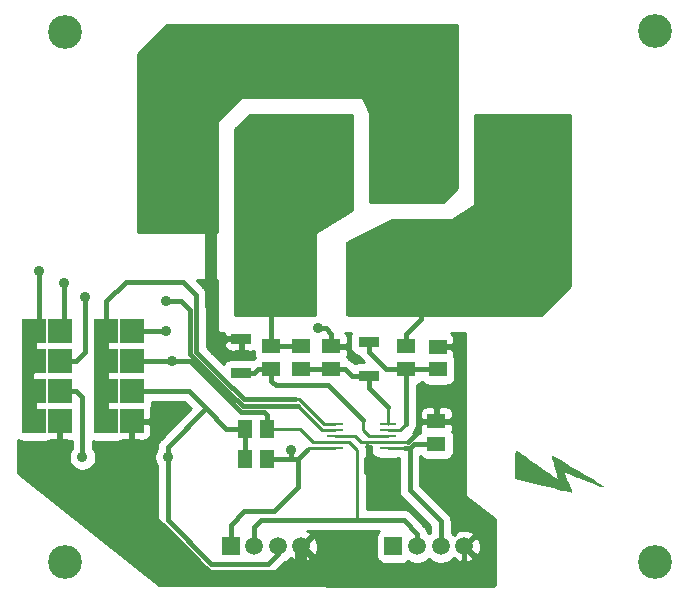
<source format=gtl>
G04 #@! TF.GenerationSoftware,KiCad,Pcbnew,(5.1.6)-1*
G04 #@! TF.CreationDate,2021-02-15T16:03:39+00:00*
G04 #@! TF.ProjectId,DC_Power_Monitor,44435f50-6f77-4657-925f-4d6f6e69746f,rev?*
G04 #@! TF.SameCoordinates,PX2455c20PY82ce540*
G04 #@! TF.FileFunction,Copper,L1,Top*
G04 #@! TF.FilePolarity,Positive*
%FSLAX46Y46*%
G04 Gerber Fmt 4.6, Leading zero omitted, Abs format (unit mm)*
G04 Created by KiCad (PCBNEW (5.1.6)-1) date 2021-02-15 16:03:39*
%MOMM*%
%LPD*%
G01*
G04 APERTURE LIST*
G04 #@! TA.AperFunction,EtchedComponent*
%ADD10C,0.010000*%
G04 #@! TD*
G04 #@! TA.AperFunction,ComponentPad*
%ADD11C,1.500000*%
G04 #@! TD*
G04 #@! TA.AperFunction,ComponentPad*
%ADD12R,1.500000X1.500000*%
G04 #@! TD*
G04 #@! TA.AperFunction,ComponentPad*
%ADD13R,3.000000X3.000000*%
G04 #@! TD*
G04 #@! TA.AperFunction,ComponentPad*
%ADD14C,3.000000*%
G04 #@! TD*
G04 #@! TA.AperFunction,ComponentPad*
%ADD15R,2.540000X6.350000*%
G04 #@! TD*
G04 #@! TA.AperFunction,ComponentPad*
%ADD16R,2.540000X2.540000*%
G04 #@! TD*
G04 #@! TA.AperFunction,SMDPad,CuDef*
%ADD17R,1.500000X1.300000*%
G04 #@! TD*
G04 #@! TA.AperFunction,SMDPad,CuDef*
%ADD18R,1.700000X0.900000*%
G04 #@! TD*
G04 #@! TA.AperFunction,SMDPad,CuDef*
%ADD19R,1.300000X1.500000*%
G04 #@! TD*
G04 #@! TA.AperFunction,SMDPad,CuDef*
%ADD20R,1.400000X0.290000*%
G04 #@! TD*
G04 #@! TA.AperFunction,ComponentPad*
%ADD21C,2.864946*%
G04 #@! TD*
G04 #@! TA.AperFunction,Conductor*
%ADD22R,1.000000X9.000000*%
G04 #@! TD*
G04 #@! TA.AperFunction,SMDPad,CuDef*
%ADD23R,2.000000X2.000000*%
G04 #@! TD*
G04 #@! TA.AperFunction,ViaPad*
%ADD24C,0.889000*%
G04 #@! TD*
G04 #@! TA.AperFunction,Conductor*
%ADD25C,0.381000*%
G04 #@! TD*
G04 #@! TA.AperFunction,Conductor*
%ADD26C,1.000000*%
G04 #@! TD*
G04 #@! TA.AperFunction,Conductor*
%ADD27C,0.254000*%
G04 #@! TD*
G04 APERTURE END LIST*
D10*
G36*
X43819334Y14041842D02*
G01*
X44251958Y13934217D01*
X44659114Y13833980D01*
X45033571Y13742841D01*
X45368102Y13662508D01*
X45655475Y13594691D01*
X45888463Y13541097D01*
X46059836Y13503437D01*
X46162364Y13483419D01*
X46190000Y13481431D01*
X46174545Y13528591D01*
X46131366Y13641879D01*
X46065239Y13809241D01*
X45980943Y14018628D01*
X45883256Y14257985D01*
X45852982Y14331580D01*
X45753185Y14575879D01*
X45666421Y14792370D01*
X45597236Y14969364D01*
X45550175Y15095174D01*
X45529785Y15158115D01*
X45529575Y15163019D01*
X45571272Y15151135D01*
X45686681Y15110596D01*
X45870581Y15043373D01*
X46117749Y14951436D01*
X46422966Y14836756D01*
X46781009Y14701304D01*
X47186657Y14547050D01*
X47634688Y14375966D01*
X48119880Y14190021D01*
X48637013Y13991187D01*
X48761750Y13943135D01*
X48834043Y13921214D01*
X48857000Y13923362D01*
X48822539Y13949377D01*
X48726053Y14012787D01*
X48577884Y14107040D01*
X48388376Y14225586D01*
X48167872Y14361875D01*
X48063250Y14426049D01*
X47450778Y14800615D01*
X46907104Y15132548D01*
X46429026Y15423760D01*
X46013341Y15676165D01*
X45656847Y15891675D01*
X45356341Y16072203D01*
X45108621Y16219661D01*
X44910485Y16335963D01*
X44758729Y16423021D01*
X44650152Y16482749D01*
X44581551Y16517058D01*
X44549723Y16527861D01*
X44546674Y16526433D01*
X44553854Y16477265D01*
X44581185Y16358164D01*
X44625721Y16180650D01*
X44684516Y15956247D01*
X44754626Y15696475D01*
X44812237Y15487612D01*
X44888720Y15210788D01*
X44956268Y14962478D01*
X45011938Y14753819D01*
X45052786Y14595948D01*
X45075869Y14500002D01*
X45079729Y14475357D01*
X45043803Y14496944D01*
X44944959Y14562479D01*
X44789732Y14667482D01*
X44584656Y14807477D01*
X44336263Y14977986D01*
X44051088Y15174530D01*
X43735665Y15392632D01*
X43396527Y15627814D01*
X43279526Y15709101D01*
X42933538Y15949311D01*
X42608786Y16174242D01*
X42311852Y16379372D01*
X42049319Y16560181D01*
X41827767Y16712147D01*
X41653780Y16830747D01*
X41533938Y16911462D01*
X41474824Y16949769D01*
X41469776Y16952333D01*
X41464251Y16911806D01*
X41459266Y16797444D01*
X41455018Y16620081D01*
X41451705Y16390549D01*
X41449524Y16119680D01*
X41448672Y15818306D01*
X41448667Y15793453D01*
X41448667Y14634573D01*
X43819334Y14041842D01*
G37*
X43819334Y14041842D02*
X44251958Y13934217D01*
X44659114Y13833980D01*
X45033571Y13742841D01*
X45368102Y13662508D01*
X45655475Y13594691D01*
X45888463Y13541097D01*
X46059836Y13503437D01*
X46162364Y13483419D01*
X46190000Y13481431D01*
X46174545Y13528591D01*
X46131366Y13641879D01*
X46065239Y13809241D01*
X45980943Y14018628D01*
X45883256Y14257985D01*
X45852982Y14331580D01*
X45753185Y14575879D01*
X45666421Y14792370D01*
X45597236Y14969364D01*
X45550175Y15095174D01*
X45529785Y15158115D01*
X45529575Y15163019D01*
X45571272Y15151135D01*
X45686681Y15110596D01*
X45870581Y15043373D01*
X46117749Y14951436D01*
X46422966Y14836756D01*
X46781009Y14701304D01*
X47186657Y14547050D01*
X47634688Y14375966D01*
X48119880Y14190021D01*
X48637013Y13991187D01*
X48761750Y13943135D01*
X48834043Y13921214D01*
X48857000Y13923362D01*
X48822539Y13949377D01*
X48726053Y14012787D01*
X48577884Y14107040D01*
X48388376Y14225586D01*
X48167872Y14361875D01*
X48063250Y14426049D01*
X47450778Y14800615D01*
X46907104Y15132548D01*
X46429026Y15423760D01*
X46013341Y15676165D01*
X45656847Y15891675D01*
X45356341Y16072203D01*
X45108621Y16219661D01*
X44910485Y16335963D01*
X44758729Y16423021D01*
X44650152Y16482749D01*
X44581551Y16517058D01*
X44549723Y16527861D01*
X44546674Y16526433D01*
X44553854Y16477265D01*
X44581185Y16358164D01*
X44625721Y16180650D01*
X44684516Y15956247D01*
X44754626Y15696475D01*
X44812237Y15487612D01*
X44888720Y15210788D01*
X44956268Y14962478D01*
X45011938Y14753819D01*
X45052786Y14595948D01*
X45075869Y14500002D01*
X45079729Y14475357D01*
X45043803Y14496944D01*
X44944959Y14562479D01*
X44789732Y14667482D01*
X44584656Y14807477D01*
X44336263Y14977986D01*
X44051088Y15174530D01*
X43735665Y15392632D01*
X43396527Y15627814D01*
X43279526Y15709101D01*
X42933538Y15949311D01*
X42608786Y16174242D01*
X42311852Y16379372D01*
X42049319Y16560181D01*
X41827767Y16712147D01*
X41653780Y16830747D01*
X41533938Y16911462D01*
X41474824Y16949769D01*
X41469776Y16952333D01*
X41464251Y16911806D01*
X41459266Y16797444D01*
X41455018Y16620081D01*
X41451705Y16390549D01*
X41449524Y16119680D01*
X41448672Y15818306D01*
X41448667Y15793453D01*
X41448667Y14634573D01*
X43819334Y14041842D01*
D11*
X23330000Y8861000D03*
X21330000Y8861000D03*
X19330000Y8861000D03*
D12*
X17330000Y8861000D03*
D13*
X23457000Y40405000D03*
D14*
X13932000Y40405000D03*
D13*
X42380000Y40405000D03*
D14*
X32855000Y40405000D03*
D15*
X28410000Y31515000D03*
D16*
X38570000Y31515000D03*
X36030000Y31515000D03*
D15*
X33490000Y31515000D03*
D16*
X41110000Y31515000D03*
D15*
X20790000Y31515000D03*
D17*
X34760000Y19445000D03*
X34760000Y17545000D03*
D18*
X29045000Y23260000D03*
X29045000Y26160000D03*
D19*
X20454800Y18815000D03*
X18554800Y18815000D03*
X20454800Y16275000D03*
X18554800Y16275000D03*
D17*
X20790000Y25795000D03*
X20790000Y23895000D03*
X23330000Y25800000D03*
X23330000Y23900000D03*
X32220000Y25795000D03*
X32220000Y23895000D03*
D20*
X26187500Y19196000D03*
X26187500Y18688000D03*
X26187500Y18180000D03*
X26187500Y17672000D03*
X26187500Y17164000D03*
X30632500Y17164000D03*
X30632500Y17672000D03*
X30632500Y18180000D03*
X30632500Y18688000D03*
X30632500Y19196000D03*
D18*
X18250000Y23535000D03*
X18250000Y26435000D03*
D17*
X25870000Y25795000D03*
X25870000Y23895000D03*
X34887000Y23844200D03*
X34887000Y25744200D03*
D21*
X3346451Y52434464D03*
X53296451Y52484464D03*
X53246452Y7534468D03*
X3346451Y7534464D03*
D11*
X37125000Y8861000D03*
X35125000Y8861000D03*
X33125000Y8861000D03*
D12*
X31125000Y8861000D03*
D22*
X216000Y23260000D03*
D23*
X724000Y27070000D03*
X724000Y24530000D03*
X724000Y19450000D03*
X2883000Y19450000D03*
X2883000Y21990000D03*
X2883000Y24530000D03*
X2883000Y27070000D03*
X724000Y21990000D03*
X6820000Y21990000D03*
X8979000Y27070000D03*
X8979000Y24530000D03*
X8979000Y21990000D03*
X8979000Y19450000D03*
X6820000Y19450000D03*
X6820000Y24530000D03*
X6820000Y27070000D03*
D22*
X6312000Y23260000D03*
D24*
X24727000Y27324000D03*
X29680000Y14243000D03*
X29680000Y41040000D03*
X29680000Y39770000D03*
X29680000Y38500000D03*
X30950000Y38500000D03*
X10630000Y41040000D03*
X10630000Y39770000D03*
X10630000Y38500000D03*
X10630000Y37230000D03*
X11900000Y37230000D03*
X13170000Y37230000D03*
X14440000Y37230000D03*
X15710000Y38500000D03*
X15710000Y37230000D03*
X16003000Y25419000D03*
X34760000Y38500000D03*
X36030000Y39770000D03*
X36030000Y41040000D03*
X36030000Y42310000D03*
X29680000Y42310000D03*
X4788000Y16402000D03*
X12027000Y16402000D03*
X25870000Y43580000D03*
X23330000Y43580000D03*
X22060000Y43580000D03*
X20790000Y43580000D03*
X19520000Y43580000D03*
X19520000Y42310000D03*
X19520000Y41040000D03*
X19520000Y39770000D03*
X20790000Y39770000D03*
X20790000Y41040000D03*
X20790000Y42310000D03*
X24600000Y43580000D03*
X25870000Y41040000D03*
X25870000Y39770000D03*
X25870000Y42310000D03*
X23330000Y34690000D03*
X23330000Y33420000D03*
X23330000Y32150000D03*
X23330000Y29610000D03*
X23330000Y30880000D03*
X18250000Y33420000D03*
X18250000Y32150000D03*
X18250000Y30880000D03*
X18250000Y29610000D03*
X18250000Y29610000D03*
X18250000Y34690000D03*
X30950000Y33420000D03*
X30950000Y31785000D03*
X30950000Y29610000D03*
X37300000Y34690000D03*
X44920000Y34690000D03*
X36030000Y34690000D03*
X44920000Y35960000D03*
X44920000Y37230000D03*
X39840000Y38500000D03*
X39840000Y39770000D03*
X39840000Y41040000D03*
X39840000Y42310000D03*
X39840000Y42310000D03*
X44920000Y38500000D03*
X44920000Y39770000D03*
X44920000Y41040000D03*
X44920000Y42310000D03*
X44920000Y42310000D03*
X12408000Y24530000D03*
X5042000Y29991000D03*
X22441000Y17037000D03*
X11900000Y27070000D03*
X3264000Y31134000D03*
X11900000Y29610000D03*
X1105000Y32150000D03*
D25*
X32347000Y17672000D02*
X33236000Y18561000D01*
X33236000Y18561000D02*
X33236000Y19069000D01*
X33612000Y19445000D02*
X34760000Y19445000D01*
X33236000Y19069000D02*
X33612000Y19445000D01*
X35891000Y19445000D02*
X36665000Y20219000D01*
X34760000Y19445000D02*
X35891000Y19445000D01*
X36665000Y20219000D02*
X36665000Y25038000D01*
X35908000Y25795000D02*
X34760000Y25795000D01*
X36665000Y25038000D02*
X35908000Y25795000D01*
X15583000Y6623000D02*
X13614500Y8591500D01*
X21425000Y6623000D02*
X15583000Y6623000D01*
X25870000Y26831000D02*
X25377000Y27324000D01*
X25870000Y25800000D02*
X25870000Y26831000D01*
X25377000Y27324000D02*
X24727000Y27324000D01*
X13805000Y38283680D02*
X12412774Y36891454D01*
X13805000Y40405000D02*
X13805000Y38283680D01*
X32855000Y46755000D02*
X32855000Y40405000D01*
X13805000Y40405000D02*
X13805000Y46120000D01*
X16726000Y26435000D02*
X18250000Y26435000D01*
X15837000Y27324000D02*
X16726000Y26435000D01*
X37125000Y7718000D02*
X37125000Y8861000D01*
X36030000Y6623000D02*
X37125000Y7718000D01*
X28791000Y15132000D02*
X28791000Y16275000D01*
X29680000Y14243000D02*
X28791000Y15132000D01*
X21425000Y6623000D02*
X23330000Y6623000D01*
X23330000Y6623000D02*
X36030000Y6623000D01*
D26*
X13932000Y40405000D02*
X15710000Y42183000D01*
X15710000Y42183000D02*
X15710000Y43580000D01*
X29680000Y42310000D02*
X29680000Y41040000D01*
X29680000Y39770000D02*
X29680000Y38500000D01*
X10630000Y41040000D02*
X10630000Y39770000D01*
X10630000Y38500000D02*
X10630000Y37230000D01*
X14440000Y37230000D02*
X15710000Y37230000D01*
X15710000Y37230000D02*
X15710000Y38500000D01*
D25*
X2883000Y19450000D02*
X2883000Y18069000D01*
D26*
X12535000Y36595000D02*
X12535000Y37230000D01*
X12535000Y37230000D02*
X13170000Y37230000D01*
X11900000Y37230000D02*
X12535000Y37230000D01*
D25*
X7963000Y14243000D02*
X7963000Y16148000D01*
X8979000Y17164000D02*
X8979000Y19450000D01*
X7963000Y16148000D02*
X8979000Y17164000D01*
X2883000Y19450000D02*
X2883000Y15894000D01*
X6248500Y12528500D02*
X9677500Y12528500D01*
X2883000Y15894000D02*
X6248500Y12528500D01*
X7963000Y14243000D02*
X9677500Y12528500D01*
X9677500Y12528500D02*
X13614500Y8591500D01*
X17019000Y26435000D02*
X16003000Y25419000D01*
X18250000Y26435000D02*
X17019000Y26435000D01*
D26*
X13932000Y39008000D02*
X15710000Y37230000D01*
X13932000Y40405000D02*
X13932000Y39008000D01*
X15710000Y29229000D02*
X15837000Y29102000D01*
X15710000Y37230000D02*
X15710000Y29229000D01*
D25*
X15837000Y29102000D02*
X15837000Y27324000D01*
D26*
X32855000Y40405000D02*
X32855000Y47517000D01*
X32855000Y47517000D02*
X30696000Y49676000D01*
X17361000Y49676000D02*
X13932000Y46247000D01*
X30696000Y49676000D02*
X17361000Y49676000D01*
D25*
X13805000Y46120000D02*
X13932000Y46247000D01*
D26*
X13932000Y46247000D02*
X14313000Y46628000D01*
X13932000Y40405000D02*
X13932000Y46247000D01*
D25*
X14313000Y46628000D02*
X16980000Y49295000D01*
D26*
X32855000Y40405000D02*
X34760000Y38500000D01*
X34760000Y38500000D02*
X36030000Y39770000D01*
X23330000Y8861000D02*
X23330000Y6750000D01*
D25*
X23330000Y6750000D02*
X23330000Y6623000D01*
D26*
X15511500Y6313500D02*
X15075000Y6750000D01*
X21623500Y6313500D02*
X22060000Y6750000D01*
X15511500Y6313500D02*
X21623500Y6313500D01*
X23330000Y6750000D02*
X22060000Y6750000D01*
D27*
X30632500Y17672000D02*
X32347000Y17672000D01*
X27902000Y18180000D02*
X28410000Y17672000D01*
X26187500Y18180000D02*
X27902000Y18180000D01*
X28410000Y17672000D02*
X29172000Y17672000D01*
X29426000Y17672000D02*
X29172000Y17672000D01*
X30632500Y17672000D02*
X29426000Y17672000D01*
X28918000Y17672000D02*
X28918000Y17037000D01*
X28918000Y17672000D02*
X28410000Y17672000D01*
X29426000Y17672000D02*
X28918000Y17672000D01*
D25*
X20785000Y23900000D02*
X20790000Y23895000D01*
X20790000Y22864000D02*
X20790000Y23895000D01*
X28537000Y19577000D02*
X25616000Y22498000D01*
X25616000Y22498000D02*
X21156000Y22498000D01*
X21156000Y22498000D02*
X20790000Y22864000D01*
X18250000Y23535000D02*
X19287000Y23535000D01*
X19647000Y23895000D02*
X20790000Y23895000D01*
X19287000Y23535000D02*
X19647000Y23895000D01*
D27*
X29045000Y18180000D02*
X28537000Y18688000D01*
X30632500Y18180000D02*
X29045000Y18180000D01*
X28537000Y18688000D02*
X28537000Y19577000D01*
D25*
X32485592Y17164000D02*
X32866592Y17545000D01*
X32866592Y17545000D02*
X34760000Y17545000D01*
X32093000Y17164000D02*
X32485592Y17164000D01*
X32485592Y13596408D02*
X32485592Y17164000D01*
X35125000Y10957000D02*
X33172500Y12909500D01*
X35125000Y8861000D02*
X35125000Y10957000D01*
X33172500Y12909500D02*
X32485592Y13596408D01*
X18554800Y16275000D02*
X18554800Y18815000D01*
X11900000Y21990000D02*
X13805000Y21990000D01*
X16980000Y18815000D02*
X18554800Y18815000D01*
X11900000Y21990000D02*
X8979000Y21990000D01*
X4264000Y21990000D02*
X4788000Y21466000D01*
X2883000Y21990000D02*
X4264000Y21990000D01*
X4788000Y21466000D02*
X4788000Y16402000D01*
X12027000Y17291000D02*
X15265500Y20529500D01*
X12027000Y16402000D02*
X12027000Y17291000D01*
X13805000Y21990000D02*
X15265500Y20529500D01*
X15265500Y20529500D02*
X16980000Y18815000D01*
X12027000Y11068000D02*
X12027000Y16402000D01*
X20536000Y7385000D02*
X15710000Y7385000D01*
X21330000Y8179000D02*
X20536000Y7385000D01*
X15710000Y7385000D02*
X12027000Y11068000D01*
X21330000Y8861000D02*
X21330000Y8179000D01*
D27*
X30632500Y17164000D02*
X32093000Y17164000D01*
D25*
X23330000Y23900000D02*
X25870000Y23900000D01*
X27641000Y23260000D02*
X29045000Y23260000D01*
X25870000Y23900000D02*
X27001000Y23900000D01*
X27001000Y23900000D02*
X27641000Y23260000D01*
X29045000Y23260000D02*
X29045000Y22244000D01*
X29045000Y22244000D02*
X30632500Y20656500D01*
D27*
X30632500Y19196000D02*
X30632500Y20656500D01*
D25*
X32220000Y22864000D02*
X32220000Y23895000D01*
X32220000Y19194500D02*
X32220000Y22864000D01*
X34760000Y23895000D02*
X32220000Y23895000D01*
X31089000Y23895000D02*
X32220000Y23895000D01*
X30479000Y23895000D02*
X31089000Y23895000D01*
X29045000Y25329000D02*
X30479000Y23895000D01*
X29045000Y26160000D02*
X29045000Y25329000D01*
D27*
X31713500Y18688000D02*
X32220000Y19194500D01*
X30632500Y18688000D02*
X31713500Y18688000D01*
D25*
X23325000Y25795000D02*
X23330000Y25800000D01*
X20790000Y25795000D02*
X23325000Y25795000D01*
X20790000Y25795000D02*
X20790000Y31515000D01*
D26*
X23457000Y42905000D02*
X24132000Y43580000D01*
X23457000Y40405000D02*
X23457000Y42905000D01*
X24132000Y43580000D02*
X25870000Y43580000D01*
X23330000Y43580000D02*
X22060000Y43580000D01*
X20790000Y43580000D02*
X19520000Y43580000D01*
X19520000Y42310000D02*
X19520000Y41040000D01*
X19520000Y39770000D02*
X19520000Y38500000D01*
X19520000Y37230000D02*
X19520000Y35960000D01*
X20790000Y35960000D02*
X20790000Y37230000D01*
X20790000Y38500000D02*
X20790000Y39770000D01*
X20790000Y41040000D02*
X20790000Y42310000D01*
X25870000Y43580000D02*
X25870000Y42310000D01*
X25870000Y42310000D02*
X25870000Y41040000D01*
X25870000Y39770000D02*
X25870000Y38500000D01*
X24600000Y37230000D02*
X23330000Y35960000D01*
X22060000Y35960000D02*
X22060000Y37230000D01*
X23330000Y29610000D02*
X23330000Y30880000D01*
X19520000Y35960000D02*
X18250000Y34690000D01*
X18250000Y32150000D02*
X18250000Y30880000D01*
X18250000Y33420000D02*
X18250000Y34690000D01*
D25*
X30061000Y31515000D02*
X33490000Y31515000D01*
X28410000Y31515000D02*
X30061000Y31515000D01*
X33490000Y31515000D02*
X36030000Y31515000D01*
X36030000Y31515000D02*
X38570000Y31515000D01*
X38570000Y31515000D02*
X41110000Y31515000D01*
X35395000Y32150000D02*
X36030000Y31515000D01*
X33490000Y28213000D02*
X33490000Y31515000D01*
X33490000Y28096000D02*
X33490000Y28213000D01*
X32220000Y26826000D02*
X33490000Y28096000D01*
X32220000Y25795000D02*
X32220000Y26826000D01*
X42380000Y36595000D02*
X42380000Y40405000D01*
X41110000Y35325000D02*
X42380000Y36595000D01*
D26*
X30950000Y33420000D02*
X30950000Y31785000D01*
X37300000Y34690000D02*
X36030000Y34690000D01*
X36030000Y34690000D02*
X38570000Y34690000D01*
D25*
X41110000Y31515000D02*
X41110000Y34690000D01*
D26*
X43650000Y34690000D02*
X44920000Y34690000D01*
X37300000Y34690000D02*
X37300000Y35960000D01*
X37300000Y35960000D02*
X38570000Y35960000D01*
X44920000Y35960000D02*
X44920000Y37230000D01*
X38570000Y37230000D02*
X39840000Y38500000D01*
X39840000Y39770000D02*
X39840000Y41040000D01*
X44920000Y37230000D02*
X44920000Y38500000D01*
X44920000Y39770000D02*
X44920000Y41040000D01*
D25*
X31978660Y11068000D02*
X28791000Y11068000D01*
X33125000Y9921660D02*
X31978660Y11068000D01*
X33125000Y8861000D02*
X33125000Y9921660D01*
X27902000Y11068000D02*
X28791000Y11068000D01*
X19330000Y10497000D02*
X19330000Y8861000D01*
X27902000Y11068000D02*
X19901000Y11068000D01*
X19901000Y11068000D02*
X19330000Y10497000D01*
X11265000Y24530000D02*
X8979000Y24530000D01*
X18176026Y20262790D02*
X13908816Y24530000D01*
X20138010Y20262790D02*
X18176026Y20262790D01*
X20454800Y18815000D02*
X20454800Y19946000D01*
X20454800Y19946000D02*
X20138010Y20262790D01*
X12408000Y24530000D02*
X11265000Y24530000D01*
X13908816Y24530000D02*
X12408000Y24530000D01*
X4264000Y24530000D02*
X2883000Y24530000D01*
X5042000Y25308000D02*
X4264000Y24530000D01*
X5042000Y29991000D02*
X5042000Y25308000D01*
D27*
X20454800Y18815000D02*
X23203000Y18815000D01*
X24346000Y17672000D02*
X26187500Y17672000D01*
X23203000Y18815000D02*
X24346000Y17672000D01*
X26187500Y17672000D02*
X27394000Y17672000D01*
X27394000Y17672000D02*
X28029000Y17037000D01*
X28029000Y11195000D02*
X27902000Y11068000D01*
X28029000Y17037000D02*
X28029000Y11195000D01*
D25*
X22441000Y16402000D02*
X22314000Y16275000D01*
X22441000Y17037000D02*
X22441000Y16402000D01*
X23076000Y16275000D02*
X22314000Y16275000D01*
X22314000Y16275000D02*
X20454800Y16275000D01*
X23076000Y16275000D02*
X23076000Y13862000D01*
X23076000Y13862000D02*
X21044000Y11830000D01*
X21044000Y11830000D02*
X18504000Y11830000D01*
X17330000Y10656000D02*
X17330000Y8861000D01*
X18504000Y11830000D02*
X17330000Y10656000D01*
X11900000Y27070000D02*
X8979000Y27070000D01*
X3264000Y27451000D02*
X2883000Y27070000D01*
X3264000Y31134000D02*
X3264000Y27451000D01*
D27*
X23965000Y17164000D02*
X23774500Y16973500D01*
X26187500Y17164000D02*
X23965000Y17164000D01*
D25*
X23774500Y16973500D02*
X23076000Y16275000D01*
X13170000Y29610000D02*
X11900000Y29610000D01*
X13932000Y28848000D02*
X13170000Y29610000D01*
X13932000Y25153408D02*
X13932000Y28848000D01*
X23074500Y20720000D02*
X18377000Y20720000D01*
X18377000Y20720000D02*
X17310209Y21786791D01*
X17310209Y21786791D02*
X17298617Y21786791D01*
X17298617Y21786791D02*
X13932000Y25153408D01*
X724000Y24530000D02*
X724000Y23768000D01*
X724000Y23768000D02*
X724000Y27070000D01*
X216000Y23260000D02*
X724000Y23768000D01*
X724000Y19450000D02*
X724000Y21990000D01*
X724000Y22752000D02*
X216000Y23260000D01*
X724000Y21990000D02*
X724000Y22752000D01*
X1105000Y27451000D02*
X724000Y27070000D01*
X1105000Y32150000D02*
X1105000Y27451000D01*
D27*
X25106500Y18688000D02*
X23074500Y20720000D01*
X26187500Y18688000D02*
X25106500Y18688000D01*
D25*
X14389210Y25342790D02*
X14389210Y30168790D01*
X18443842Y21299750D02*
X17499592Y22244000D01*
X14389210Y30168790D02*
X13297000Y31261000D01*
X17499592Y22244000D02*
X17487999Y22244001D01*
X17487999Y22244001D02*
X14389210Y25342790D01*
X6820000Y19450000D02*
X6820000Y22752000D01*
X6820000Y22752000D02*
X6312000Y23260000D01*
X6820000Y21990000D02*
X6820000Y22752000D01*
X6820000Y24530000D02*
X6820000Y21990000D01*
X6820000Y23768000D02*
X6820000Y27070000D01*
X6312000Y23260000D02*
X6820000Y23768000D01*
X11011000Y31261000D02*
X8471000Y31261000D01*
X11011000Y31261000D02*
X10376000Y31261000D01*
X13297000Y31261000D02*
X11011000Y31261000D01*
X6820000Y28451000D02*
X6820000Y27070000D01*
X6820000Y29610000D02*
X6820000Y28451000D01*
X8471000Y31261000D02*
X6820000Y29610000D01*
D27*
X26187500Y19196000D02*
X25235000Y19196000D01*
X23131250Y21299750D02*
X22750250Y21299750D01*
X25235000Y19196000D02*
X23131250Y21299750D01*
D25*
X22750250Y21299750D02*
X18443842Y21299750D01*
D27*
G36*
X27648000Y37301907D02*
G01*
X24534659Y35433902D01*
X24514669Y35419062D01*
X24497958Y35400607D01*
X24485168Y35379247D01*
X24476792Y35355802D01*
X24473000Y35325000D01*
X24473000Y28467927D01*
X24468338Y28467000D01*
X17742000Y28467000D01*
X17742000Y44162394D01*
X18937606Y45358000D01*
X27648000Y45358000D01*
X27648000Y37301907D01*
G37*
X27648000Y37301907D02*
X24534659Y35433902D01*
X24514669Y35419062D01*
X24497958Y35400607D01*
X24485168Y35379247D01*
X24476792Y35355802D01*
X24473000Y35325000D01*
X24473000Y28467927D01*
X24468338Y28467000D01*
X17742000Y28467000D01*
X17742000Y44162394D01*
X18937606Y45358000D01*
X27648000Y45358000D01*
X27648000Y37301907D01*
G36*
X46063000Y30932606D02*
G01*
X43597394Y28467000D01*
X27267000Y28467000D01*
X27267000Y34611510D01*
X30979980Y36468000D01*
X36030000Y36468000D01*
X36054776Y36470440D01*
X36078601Y36477667D01*
X36100447Y36489330D01*
X38005447Y37759330D01*
X38024709Y37775104D01*
X38040523Y37794332D01*
X38052282Y37816276D01*
X38059534Y37840093D01*
X38062000Y37865000D01*
X38062000Y45358000D01*
X46063000Y45358000D01*
X46063000Y30932606D01*
G37*
X46063000Y30932606D02*
X43597394Y28467000D01*
X27267000Y28467000D01*
X27267000Y34611510D01*
X30979980Y36468000D01*
X36030000Y36468000D01*
X36054776Y36470440D01*
X36078601Y36477667D01*
X36100447Y36489330D01*
X38005447Y37759330D01*
X38024709Y37775104D01*
X38040523Y37794332D01*
X38052282Y37816276D01*
X38059534Y37840093D01*
X38062000Y37865000D01*
X38062000Y45358000D01*
X46063000Y45358000D01*
X46063000Y30932606D01*
G36*
X36538000Y39187606D02*
G01*
X35342394Y37992000D01*
X29172000Y37992000D01*
X29172000Y45485000D01*
X29169560Y45509776D01*
X29158592Y45541796D01*
X28523592Y46811796D01*
X28510329Y46832866D01*
X28493211Y46850943D01*
X28472894Y46865333D01*
X28450161Y46875483D01*
X28425884Y46881003D01*
X28410000Y46882000D01*
X18250000Y46882000D01*
X18225224Y46879560D01*
X18201399Y46872333D01*
X18179443Y46860597D01*
X18160197Y46844803D01*
X16255197Y44939803D01*
X16239403Y44920557D01*
X16227667Y44898601D01*
X16220440Y44874776D01*
X16218000Y44850000D01*
X16218000Y35452000D01*
X9487000Y35452000D01*
X9487000Y50512394D01*
X11952606Y52978000D01*
X36538000Y52978000D01*
X36538000Y39187606D01*
G37*
X36538000Y39187606D02*
X35342394Y37992000D01*
X29172000Y37992000D01*
X29172000Y45485000D01*
X29169560Y45509776D01*
X29158592Y45541796D01*
X28523592Y46811796D01*
X28510329Y46832866D01*
X28493211Y46850943D01*
X28472894Y46865333D01*
X28450161Y46875483D01*
X28425884Y46881003D01*
X28410000Y46882000D01*
X18250000Y46882000D01*
X18225224Y46879560D01*
X18201399Y46872333D01*
X18179443Y46860597D01*
X18160197Y46844803D01*
X16255197Y44939803D01*
X16239403Y44920557D01*
X16227667Y44898601D01*
X16220440Y44874776D01*
X16218000Y44850000D01*
X16218000Y35452000D01*
X9487000Y35452000D01*
X9487000Y50512394D01*
X11952606Y52978000D01*
X36538000Y52978000D01*
X36538000Y39187606D01*
G36*
X37173000Y13100000D02*
G01*
X37175440Y13075224D01*
X37182667Y13051399D01*
X37194403Y13029443D01*
X37210197Y13010197D01*
X37223800Y12998400D01*
X39712308Y11132019D01*
X39650880Y5480561D01*
X11309338Y5606804D01*
X-673000Y15066544D01*
X-673000Y17837865D01*
X-555557Y17775090D01*
X-418517Y17733520D01*
X-276000Y17719483D01*
X1724000Y17719483D01*
X1866517Y17733520D01*
X2003557Y17775090D01*
X2074013Y17812750D01*
X2597250Y17815000D01*
X2756000Y17973750D01*
X2756000Y19323000D01*
X2736000Y19323000D01*
X2736000Y19577000D01*
X2756000Y19577000D01*
X2756000Y19597000D01*
X3010000Y19597000D01*
X3010000Y19577000D01*
X3030000Y19577000D01*
X3030000Y19323000D01*
X3010000Y19323000D01*
X3010000Y17973750D01*
X3168750Y17815000D01*
X3870501Y17811982D01*
X3870501Y17137508D01*
X3749831Y16956913D01*
X3661520Y16743714D01*
X3616500Y16517383D01*
X3616500Y16286617D01*
X3661520Y16060286D01*
X3749831Y15847087D01*
X3878037Y15655213D01*
X4041213Y15492037D01*
X4233087Y15363831D01*
X4446286Y15275520D01*
X4672617Y15230500D01*
X4903383Y15230500D01*
X5129714Y15275520D01*
X5342913Y15363831D01*
X5534787Y15492037D01*
X5697963Y15655213D01*
X5826169Y15847087D01*
X5914480Y16060286D01*
X5959500Y16286617D01*
X5959500Y16517383D01*
X5914480Y16743714D01*
X5826169Y16956913D01*
X5705500Y17137507D01*
X5705500Y17730761D01*
X5820000Y17719483D01*
X7820000Y17719483D01*
X7962517Y17733520D01*
X8099557Y17775090D01*
X8170013Y17812750D01*
X8693250Y17815000D01*
X8852000Y17973750D01*
X8852000Y19323000D01*
X9106000Y19323000D01*
X9106000Y17973750D01*
X9264750Y17815000D01*
X9979000Y17811928D01*
X10103482Y17824188D01*
X10223180Y17860498D01*
X10333494Y17919463D01*
X10430185Y17998815D01*
X10509537Y18095506D01*
X10568502Y18205820D01*
X10604812Y18325518D01*
X10617072Y18450000D01*
X10614000Y19164250D01*
X10455250Y19323000D01*
X9106000Y19323000D01*
X8852000Y19323000D01*
X8832000Y19323000D01*
X8832000Y19577000D01*
X8852000Y19577000D01*
X8852000Y19597000D01*
X9106000Y19597000D01*
X9106000Y19577000D01*
X10455250Y19577000D01*
X10614000Y19735750D01*
X10617072Y20450000D01*
X10604812Y20574482D01*
X10596277Y20602619D01*
X10653910Y20710443D01*
X10695480Y20847483D01*
X10709517Y20990000D01*
X10709517Y21072500D01*
X13424960Y21072500D01*
X13967959Y20529500D01*
X11410097Y17971637D01*
X11375092Y17942909D01*
X11346364Y17907904D01*
X11346361Y17907901D01*
X11322350Y17878643D01*
X11260437Y17803202D01*
X11248517Y17780901D01*
X11175239Y17643810D01*
X11122776Y17470861D01*
X11115797Y17400000D01*
X11109500Y17336069D01*
X11109500Y17336062D01*
X11105062Y17291000D01*
X11109500Y17245938D01*
X11109500Y17137507D01*
X10988831Y16956913D01*
X10900520Y16743714D01*
X10855500Y16517383D01*
X10855500Y16286617D01*
X10900520Y16060286D01*
X10988831Y15847087D01*
X11109501Y15666492D01*
X11109500Y11113062D01*
X11105062Y11068000D01*
X11109500Y11022938D01*
X11109500Y11022932D01*
X11110891Y11008811D01*
X11122776Y10888139D01*
X11129308Y10866607D01*
X11175239Y10715190D01*
X11260436Y10555799D01*
X11375091Y10416091D01*
X11410101Y10387359D01*
X15029363Y6768096D01*
X15058091Y6733091D01*
X15197798Y6618436D01*
X15357189Y6533239D01*
X15530139Y6480776D01*
X15664931Y6467500D01*
X15664938Y6467500D01*
X15710000Y6463062D01*
X15755062Y6467500D01*
X20490938Y6467500D01*
X20536000Y6463062D01*
X20581062Y6467500D01*
X20581069Y6467500D01*
X20715861Y6480776D01*
X20888811Y6533239D01*
X21048202Y6618436D01*
X21187909Y6733091D01*
X21216641Y6768101D01*
X21946904Y7498363D01*
X21981909Y7527091D01*
X21988430Y7535037D01*
X22029622Y7552099D01*
X22271533Y7713739D01*
X22390750Y7832956D01*
X22436157Y7787549D01*
X22552613Y7904005D01*
X22618137Y7665140D01*
X22865116Y7549240D01*
X23129960Y7483750D01*
X23402492Y7471188D01*
X23672238Y7512035D01*
X23928832Y7604723D01*
X24041863Y7665140D01*
X24107388Y7904007D01*
X23330000Y8681395D01*
X23315858Y8667252D01*
X23136253Y8846857D01*
X23150395Y8861000D01*
X23509605Y8861000D01*
X24286993Y8083612D01*
X24525860Y8149137D01*
X24641760Y8396116D01*
X24707250Y8660960D01*
X24719812Y8933492D01*
X24678965Y9203238D01*
X24586277Y9459832D01*
X24525860Y9572863D01*
X24286993Y9638388D01*
X23509605Y8861000D01*
X23150395Y8861000D01*
X23136253Y8875142D01*
X23315858Y9054747D01*
X23330000Y9040605D01*
X24107388Y9817993D01*
X24041863Y10056860D01*
X23842319Y10150500D01*
X29886406Y10150500D01*
X29858446Y10127554D01*
X29767597Y10016853D01*
X29700090Y9890557D01*
X29658520Y9753517D01*
X29644483Y9611000D01*
X29644483Y8111000D01*
X29658520Y7968483D01*
X29700090Y7831443D01*
X29767597Y7705147D01*
X29858446Y7594446D01*
X29969147Y7503597D01*
X30095443Y7436090D01*
X30232483Y7394520D01*
X30375000Y7380483D01*
X31875000Y7380483D01*
X32017517Y7394520D01*
X32154557Y7436090D01*
X32280853Y7503597D01*
X32378291Y7583562D01*
X32425378Y7552099D01*
X32694175Y7440760D01*
X32979528Y7384000D01*
X33270472Y7384000D01*
X33555825Y7440760D01*
X33824622Y7552099D01*
X34066533Y7713739D01*
X34125000Y7772206D01*
X34183467Y7713739D01*
X34425378Y7552099D01*
X34694175Y7440760D01*
X34979528Y7384000D01*
X35270472Y7384000D01*
X35555825Y7440760D01*
X35824622Y7552099D01*
X36066533Y7713739D01*
X36185750Y7832956D01*
X36231157Y7787549D01*
X36347613Y7904005D01*
X36413137Y7665140D01*
X36660116Y7549240D01*
X36924960Y7483750D01*
X37197492Y7471188D01*
X37467238Y7512035D01*
X37723832Y7604723D01*
X37836863Y7665140D01*
X37902388Y7904007D01*
X37125000Y8681395D01*
X37110858Y8667252D01*
X36931253Y8846857D01*
X36945395Y8861000D01*
X37304605Y8861000D01*
X38081993Y8083612D01*
X38320860Y8149137D01*
X38436760Y8396116D01*
X38502250Y8660960D01*
X38514812Y8933492D01*
X38473965Y9203238D01*
X38381277Y9459832D01*
X38320860Y9572863D01*
X38081993Y9638388D01*
X37304605Y8861000D01*
X36945395Y8861000D01*
X36931253Y8875142D01*
X37110858Y9054747D01*
X37125000Y9040605D01*
X37902388Y9817993D01*
X37836863Y10056860D01*
X37589884Y10172760D01*
X37325040Y10238250D01*
X37052508Y10250812D01*
X36782762Y10209965D01*
X36526168Y10117277D01*
X36413137Y10056860D01*
X36347613Y9817995D01*
X36231157Y9934451D01*
X36185750Y9889044D01*
X36066533Y10008261D01*
X36042500Y10024319D01*
X36042500Y10911938D01*
X36046938Y10957000D01*
X36042500Y11002062D01*
X36042500Y11002069D01*
X36029224Y11136861D01*
X36025570Y11148909D01*
X35976761Y11309811D01*
X35972491Y11317799D01*
X35891564Y11469202D01*
X35776909Y11608909D01*
X35741904Y11637637D01*
X33853143Y13526397D01*
X33853139Y13526402D01*
X33403092Y13976448D01*
X33403092Y16488544D01*
X33493446Y16378446D01*
X33604147Y16287597D01*
X33730443Y16220090D01*
X33867483Y16178520D01*
X34010000Y16164483D01*
X35510000Y16164483D01*
X35652517Y16178520D01*
X35789557Y16220090D01*
X35915853Y16287597D01*
X36026554Y16378446D01*
X36117403Y16489147D01*
X36184910Y16615443D01*
X36226480Y16752483D01*
X36240517Y16895000D01*
X36240517Y18195000D01*
X36226480Y18337517D01*
X36184910Y18474557D01*
X36117403Y18600853D01*
X36115414Y18603276D01*
X36135812Y18670518D01*
X36148072Y18795000D01*
X36145000Y19159250D01*
X35986250Y19318000D01*
X34887000Y19318000D01*
X34887000Y19298000D01*
X34633000Y19298000D01*
X34633000Y19318000D01*
X33533750Y19318000D01*
X33375000Y19159250D01*
X33371928Y18795000D01*
X33384188Y18670518D01*
X33404586Y18603276D01*
X33402597Y18600853D01*
X33335090Y18474557D01*
X33331433Y18462500D01*
X32911650Y18462500D01*
X32866591Y18466938D01*
X32821532Y18462500D01*
X32821523Y18462500D01*
X32767880Y18457217D01*
X32871909Y18542591D01*
X32986564Y18682298D01*
X33071761Y18841689D01*
X33124224Y19014639D01*
X33137500Y19149431D01*
X33137500Y20095000D01*
X33371928Y20095000D01*
X33375000Y19730750D01*
X33533750Y19572000D01*
X34633000Y19572000D01*
X34633000Y20571250D01*
X34887000Y20571250D01*
X34887000Y19572000D01*
X35986250Y19572000D01*
X36145000Y19730750D01*
X36148072Y20095000D01*
X36135812Y20219482D01*
X36099502Y20339180D01*
X36040537Y20449494D01*
X35961185Y20546185D01*
X35864494Y20625537D01*
X35754180Y20684502D01*
X35634482Y20720812D01*
X35510000Y20733072D01*
X35045750Y20730000D01*
X34887000Y20571250D01*
X34633000Y20571250D01*
X34474250Y20730000D01*
X34010000Y20733072D01*
X33885518Y20720812D01*
X33765820Y20684502D01*
X33655506Y20625537D01*
X33558815Y20546185D01*
X33479463Y20449494D01*
X33420498Y20339180D01*
X33384188Y20219482D01*
X33371928Y20095000D01*
X33137500Y20095000D01*
X33137500Y22536098D01*
X33249557Y22570090D01*
X33375853Y22637597D01*
X33486554Y22728446D01*
X33532655Y22784621D01*
X33620446Y22677646D01*
X33731147Y22586797D01*
X33857443Y22519290D01*
X33994483Y22477720D01*
X34137000Y22463683D01*
X35637000Y22463683D01*
X35779517Y22477720D01*
X35916557Y22519290D01*
X36042853Y22586797D01*
X36153554Y22677646D01*
X36244403Y22788347D01*
X36311910Y22914643D01*
X36353480Y23051683D01*
X36367517Y23194200D01*
X36367517Y24494200D01*
X36353480Y24636717D01*
X36311910Y24773757D01*
X36244403Y24900053D01*
X36242414Y24902476D01*
X36262812Y24969718D01*
X36275072Y25094200D01*
X36272000Y25458450D01*
X36113250Y25617200D01*
X35014000Y25617200D01*
X35014000Y25597200D01*
X34760000Y25597200D01*
X34760000Y25617200D01*
X34740000Y25617200D01*
X34740000Y25871200D01*
X34760000Y25871200D01*
X34760000Y25891200D01*
X35014000Y25891200D01*
X35014000Y25871200D01*
X36113250Y25871200D01*
X36272000Y26029950D01*
X36275072Y26394200D01*
X36262812Y26518682D01*
X36226502Y26638380D01*
X36167537Y26748694D01*
X36088185Y26845385D01*
X35991494Y26924737D01*
X35957327Y26943000D01*
X37173000Y26943000D01*
X37173000Y13100000D01*
G37*
X37173000Y13100000D02*
X37175440Y13075224D01*
X37182667Y13051399D01*
X37194403Y13029443D01*
X37210197Y13010197D01*
X37223800Y12998400D01*
X39712308Y11132019D01*
X39650880Y5480561D01*
X11309338Y5606804D01*
X-673000Y15066544D01*
X-673000Y17837865D01*
X-555557Y17775090D01*
X-418517Y17733520D01*
X-276000Y17719483D01*
X1724000Y17719483D01*
X1866517Y17733520D01*
X2003557Y17775090D01*
X2074013Y17812750D01*
X2597250Y17815000D01*
X2756000Y17973750D01*
X2756000Y19323000D01*
X2736000Y19323000D01*
X2736000Y19577000D01*
X2756000Y19577000D01*
X2756000Y19597000D01*
X3010000Y19597000D01*
X3010000Y19577000D01*
X3030000Y19577000D01*
X3030000Y19323000D01*
X3010000Y19323000D01*
X3010000Y17973750D01*
X3168750Y17815000D01*
X3870501Y17811982D01*
X3870501Y17137508D01*
X3749831Y16956913D01*
X3661520Y16743714D01*
X3616500Y16517383D01*
X3616500Y16286617D01*
X3661520Y16060286D01*
X3749831Y15847087D01*
X3878037Y15655213D01*
X4041213Y15492037D01*
X4233087Y15363831D01*
X4446286Y15275520D01*
X4672617Y15230500D01*
X4903383Y15230500D01*
X5129714Y15275520D01*
X5342913Y15363831D01*
X5534787Y15492037D01*
X5697963Y15655213D01*
X5826169Y15847087D01*
X5914480Y16060286D01*
X5959500Y16286617D01*
X5959500Y16517383D01*
X5914480Y16743714D01*
X5826169Y16956913D01*
X5705500Y17137507D01*
X5705500Y17730761D01*
X5820000Y17719483D01*
X7820000Y17719483D01*
X7962517Y17733520D01*
X8099557Y17775090D01*
X8170013Y17812750D01*
X8693250Y17815000D01*
X8852000Y17973750D01*
X8852000Y19323000D01*
X9106000Y19323000D01*
X9106000Y17973750D01*
X9264750Y17815000D01*
X9979000Y17811928D01*
X10103482Y17824188D01*
X10223180Y17860498D01*
X10333494Y17919463D01*
X10430185Y17998815D01*
X10509537Y18095506D01*
X10568502Y18205820D01*
X10604812Y18325518D01*
X10617072Y18450000D01*
X10614000Y19164250D01*
X10455250Y19323000D01*
X9106000Y19323000D01*
X8852000Y19323000D01*
X8832000Y19323000D01*
X8832000Y19577000D01*
X8852000Y19577000D01*
X8852000Y19597000D01*
X9106000Y19597000D01*
X9106000Y19577000D01*
X10455250Y19577000D01*
X10614000Y19735750D01*
X10617072Y20450000D01*
X10604812Y20574482D01*
X10596277Y20602619D01*
X10653910Y20710443D01*
X10695480Y20847483D01*
X10709517Y20990000D01*
X10709517Y21072500D01*
X13424960Y21072500D01*
X13967959Y20529500D01*
X11410097Y17971637D01*
X11375092Y17942909D01*
X11346364Y17907904D01*
X11346361Y17907901D01*
X11322350Y17878643D01*
X11260437Y17803202D01*
X11248517Y17780901D01*
X11175239Y17643810D01*
X11122776Y17470861D01*
X11115797Y17400000D01*
X11109500Y17336069D01*
X11109500Y17336062D01*
X11105062Y17291000D01*
X11109500Y17245938D01*
X11109500Y17137507D01*
X10988831Y16956913D01*
X10900520Y16743714D01*
X10855500Y16517383D01*
X10855500Y16286617D01*
X10900520Y16060286D01*
X10988831Y15847087D01*
X11109501Y15666492D01*
X11109500Y11113062D01*
X11105062Y11068000D01*
X11109500Y11022938D01*
X11109500Y11022932D01*
X11110891Y11008811D01*
X11122776Y10888139D01*
X11129308Y10866607D01*
X11175239Y10715190D01*
X11260436Y10555799D01*
X11375091Y10416091D01*
X11410101Y10387359D01*
X15029363Y6768096D01*
X15058091Y6733091D01*
X15197798Y6618436D01*
X15357189Y6533239D01*
X15530139Y6480776D01*
X15664931Y6467500D01*
X15664938Y6467500D01*
X15710000Y6463062D01*
X15755062Y6467500D01*
X20490938Y6467500D01*
X20536000Y6463062D01*
X20581062Y6467500D01*
X20581069Y6467500D01*
X20715861Y6480776D01*
X20888811Y6533239D01*
X21048202Y6618436D01*
X21187909Y6733091D01*
X21216641Y6768101D01*
X21946904Y7498363D01*
X21981909Y7527091D01*
X21988430Y7535037D01*
X22029622Y7552099D01*
X22271533Y7713739D01*
X22390750Y7832956D01*
X22436157Y7787549D01*
X22552613Y7904005D01*
X22618137Y7665140D01*
X22865116Y7549240D01*
X23129960Y7483750D01*
X23402492Y7471188D01*
X23672238Y7512035D01*
X23928832Y7604723D01*
X24041863Y7665140D01*
X24107388Y7904007D01*
X23330000Y8681395D01*
X23315858Y8667252D01*
X23136253Y8846857D01*
X23150395Y8861000D01*
X23509605Y8861000D01*
X24286993Y8083612D01*
X24525860Y8149137D01*
X24641760Y8396116D01*
X24707250Y8660960D01*
X24719812Y8933492D01*
X24678965Y9203238D01*
X24586277Y9459832D01*
X24525860Y9572863D01*
X24286993Y9638388D01*
X23509605Y8861000D01*
X23150395Y8861000D01*
X23136253Y8875142D01*
X23315858Y9054747D01*
X23330000Y9040605D01*
X24107388Y9817993D01*
X24041863Y10056860D01*
X23842319Y10150500D01*
X29886406Y10150500D01*
X29858446Y10127554D01*
X29767597Y10016853D01*
X29700090Y9890557D01*
X29658520Y9753517D01*
X29644483Y9611000D01*
X29644483Y8111000D01*
X29658520Y7968483D01*
X29700090Y7831443D01*
X29767597Y7705147D01*
X29858446Y7594446D01*
X29969147Y7503597D01*
X30095443Y7436090D01*
X30232483Y7394520D01*
X30375000Y7380483D01*
X31875000Y7380483D01*
X32017517Y7394520D01*
X32154557Y7436090D01*
X32280853Y7503597D01*
X32378291Y7583562D01*
X32425378Y7552099D01*
X32694175Y7440760D01*
X32979528Y7384000D01*
X33270472Y7384000D01*
X33555825Y7440760D01*
X33824622Y7552099D01*
X34066533Y7713739D01*
X34125000Y7772206D01*
X34183467Y7713739D01*
X34425378Y7552099D01*
X34694175Y7440760D01*
X34979528Y7384000D01*
X35270472Y7384000D01*
X35555825Y7440760D01*
X35824622Y7552099D01*
X36066533Y7713739D01*
X36185750Y7832956D01*
X36231157Y7787549D01*
X36347613Y7904005D01*
X36413137Y7665140D01*
X36660116Y7549240D01*
X36924960Y7483750D01*
X37197492Y7471188D01*
X37467238Y7512035D01*
X37723832Y7604723D01*
X37836863Y7665140D01*
X37902388Y7904007D01*
X37125000Y8681395D01*
X37110858Y8667252D01*
X36931253Y8846857D01*
X36945395Y8861000D01*
X37304605Y8861000D01*
X38081993Y8083612D01*
X38320860Y8149137D01*
X38436760Y8396116D01*
X38502250Y8660960D01*
X38514812Y8933492D01*
X38473965Y9203238D01*
X38381277Y9459832D01*
X38320860Y9572863D01*
X38081993Y9638388D01*
X37304605Y8861000D01*
X36945395Y8861000D01*
X36931253Y8875142D01*
X37110858Y9054747D01*
X37125000Y9040605D01*
X37902388Y9817993D01*
X37836863Y10056860D01*
X37589884Y10172760D01*
X37325040Y10238250D01*
X37052508Y10250812D01*
X36782762Y10209965D01*
X36526168Y10117277D01*
X36413137Y10056860D01*
X36347613Y9817995D01*
X36231157Y9934451D01*
X36185750Y9889044D01*
X36066533Y10008261D01*
X36042500Y10024319D01*
X36042500Y10911938D01*
X36046938Y10957000D01*
X36042500Y11002062D01*
X36042500Y11002069D01*
X36029224Y11136861D01*
X36025570Y11148909D01*
X35976761Y11309811D01*
X35972491Y11317799D01*
X35891564Y11469202D01*
X35776909Y11608909D01*
X35741904Y11637637D01*
X33853143Y13526397D01*
X33853139Y13526402D01*
X33403092Y13976448D01*
X33403092Y16488544D01*
X33493446Y16378446D01*
X33604147Y16287597D01*
X33730443Y16220090D01*
X33867483Y16178520D01*
X34010000Y16164483D01*
X35510000Y16164483D01*
X35652517Y16178520D01*
X35789557Y16220090D01*
X35915853Y16287597D01*
X36026554Y16378446D01*
X36117403Y16489147D01*
X36184910Y16615443D01*
X36226480Y16752483D01*
X36240517Y16895000D01*
X36240517Y18195000D01*
X36226480Y18337517D01*
X36184910Y18474557D01*
X36117403Y18600853D01*
X36115414Y18603276D01*
X36135812Y18670518D01*
X36148072Y18795000D01*
X36145000Y19159250D01*
X35986250Y19318000D01*
X34887000Y19318000D01*
X34887000Y19298000D01*
X34633000Y19298000D01*
X34633000Y19318000D01*
X33533750Y19318000D01*
X33375000Y19159250D01*
X33371928Y18795000D01*
X33384188Y18670518D01*
X33404586Y18603276D01*
X33402597Y18600853D01*
X33335090Y18474557D01*
X33331433Y18462500D01*
X32911650Y18462500D01*
X32866591Y18466938D01*
X32821532Y18462500D01*
X32821523Y18462500D01*
X32767880Y18457217D01*
X32871909Y18542591D01*
X32986564Y18682298D01*
X33071761Y18841689D01*
X33124224Y19014639D01*
X33137500Y19149431D01*
X33137500Y20095000D01*
X33371928Y20095000D01*
X33375000Y19730750D01*
X33533750Y19572000D01*
X34633000Y19572000D01*
X34633000Y20571250D01*
X34887000Y20571250D01*
X34887000Y19572000D01*
X35986250Y19572000D01*
X36145000Y19730750D01*
X36148072Y20095000D01*
X36135812Y20219482D01*
X36099502Y20339180D01*
X36040537Y20449494D01*
X35961185Y20546185D01*
X35864494Y20625537D01*
X35754180Y20684502D01*
X35634482Y20720812D01*
X35510000Y20733072D01*
X35045750Y20730000D01*
X34887000Y20571250D01*
X34633000Y20571250D01*
X34474250Y20730000D01*
X34010000Y20733072D01*
X33885518Y20720812D01*
X33765820Y20684502D01*
X33655506Y20625537D01*
X33558815Y20546185D01*
X33479463Y20449494D01*
X33420498Y20339180D01*
X33384188Y20219482D01*
X33371928Y20095000D01*
X33137500Y20095000D01*
X33137500Y22536098D01*
X33249557Y22570090D01*
X33375853Y22637597D01*
X33486554Y22728446D01*
X33532655Y22784621D01*
X33620446Y22677646D01*
X33731147Y22586797D01*
X33857443Y22519290D01*
X33994483Y22477720D01*
X34137000Y22463683D01*
X35637000Y22463683D01*
X35779517Y22477720D01*
X35916557Y22519290D01*
X36042853Y22586797D01*
X36153554Y22677646D01*
X36244403Y22788347D01*
X36311910Y22914643D01*
X36353480Y23051683D01*
X36367517Y23194200D01*
X36367517Y24494200D01*
X36353480Y24636717D01*
X36311910Y24773757D01*
X36244403Y24900053D01*
X36242414Y24902476D01*
X36262812Y24969718D01*
X36275072Y25094200D01*
X36272000Y25458450D01*
X36113250Y25617200D01*
X35014000Y25617200D01*
X35014000Y25597200D01*
X34760000Y25597200D01*
X34760000Y25617200D01*
X34740000Y25617200D01*
X34740000Y25871200D01*
X34760000Y25871200D01*
X34760000Y25891200D01*
X35014000Y25891200D01*
X35014000Y25871200D01*
X36113250Y25871200D01*
X36272000Y26029950D01*
X36275072Y26394200D01*
X36262812Y26518682D01*
X36226502Y26638380D01*
X36167537Y26748694D01*
X36088185Y26845385D01*
X35991494Y26924737D01*
X35957327Y26943000D01*
X37173000Y26943000D01*
X37173000Y13100000D01*
G36*
X28877586Y17338357D02*
G01*
X28894616Y17336680D01*
X29003048Y17326000D01*
X29003054Y17326000D01*
X29044999Y17321869D01*
X29086944Y17326000D01*
X29203657Y17326000D01*
X29201983Y17309000D01*
X29201983Y17019000D01*
X29216020Y16876483D01*
X29257590Y16739443D01*
X29325097Y16613147D01*
X29415946Y16502446D01*
X29526647Y16411597D01*
X29652943Y16344090D01*
X29789983Y16302520D01*
X29932500Y16288483D01*
X31332500Y16288483D01*
X31475017Y16302520D01*
X31499676Y16310000D01*
X31568093Y16310000D01*
X31568092Y13641470D01*
X31563654Y13596408D01*
X31568092Y13551346D01*
X31568092Y13551340D01*
X31581368Y13416548D01*
X31633831Y13243598D01*
X31719028Y13084207D01*
X31833683Y12944499D01*
X31868693Y12915767D01*
X32555598Y12228861D01*
X32555603Y12228857D01*
X34207501Y10576958D01*
X34207501Y10024320D01*
X34183467Y10008261D01*
X34125000Y9949794D01*
X34066533Y10008261D01*
X34036428Y10028376D01*
X34029224Y10101521D01*
X33976761Y10274471D01*
X33891564Y10433862D01*
X33856868Y10476139D01*
X33805639Y10538562D01*
X33805637Y10538564D01*
X33776909Y10573569D01*
X33741904Y10602297D01*
X32659301Y11684899D01*
X32630569Y11719909D01*
X32490862Y11834564D01*
X32331471Y11919761D01*
X32158521Y11972224D01*
X32023729Y11985500D01*
X32023722Y11985500D01*
X31978660Y11989938D01*
X31933598Y11985500D01*
X28883000Y11985500D01*
X28883000Y16995045D01*
X28887132Y17037000D01*
X28870644Y17204413D01*
X28825191Y17354251D01*
X28877586Y17338357D01*
G37*
X28877586Y17338357D02*
X28894616Y17336680D01*
X29003048Y17326000D01*
X29003054Y17326000D01*
X29044999Y17321869D01*
X29086944Y17326000D01*
X29203657Y17326000D01*
X29201983Y17309000D01*
X29201983Y17019000D01*
X29216020Y16876483D01*
X29257590Y16739443D01*
X29325097Y16613147D01*
X29415946Y16502446D01*
X29526647Y16411597D01*
X29652943Y16344090D01*
X29789983Y16302520D01*
X29932500Y16288483D01*
X31332500Y16288483D01*
X31475017Y16302520D01*
X31499676Y16310000D01*
X31568093Y16310000D01*
X31568092Y13641470D01*
X31563654Y13596408D01*
X31568092Y13551346D01*
X31568092Y13551340D01*
X31581368Y13416548D01*
X31633831Y13243598D01*
X31719028Y13084207D01*
X31833683Y12944499D01*
X31868693Y12915767D01*
X32555598Y12228861D01*
X32555603Y12228857D01*
X34207501Y10576958D01*
X34207501Y10024320D01*
X34183467Y10008261D01*
X34125000Y9949794D01*
X34066533Y10008261D01*
X34036428Y10028376D01*
X34029224Y10101521D01*
X33976761Y10274471D01*
X33891564Y10433862D01*
X33856868Y10476139D01*
X33805639Y10538562D01*
X33805637Y10538564D01*
X33776909Y10573569D01*
X33741904Y10602297D01*
X32659301Y11684899D01*
X32630569Y11719909D01*
X32490862Y11834564D01*
X32331471Y11919761D01*
X32158521Y11972224D01*
X32023729Y11985500D01*
X32023722Y11985500D01*
X31978660Y11989938D01*
X31933598Y11985500D01*
X28883000Y11985500D01*
X28883000Y16995045D01*
X28887132Y17037000D01*
X28870644Y17204413D01*
X28825191Y17354251D01*
X28877586Y17338357D01*
G36*
X16218000Y27070000D02*
G01*
X16220440Y27045224D01*
X16227667Y27021399D01*
X16239403Y26999443D01*
X16255197Y26980197D01*
X16274443Y26964403D01*
X16296399Y26952667D01*
X16320224Y26945440D01*
X16345000Y26943000D01*
X16767640Y26943000D01*
X16761928Y26885000D01*
X16765000Y26720750D01*
X16923750Y26562000D01*
X18123000Y26562000D01*
X18123000Y26582000D01*
X18377000Y26582000D01*
X18377000Y26562000D01*
X18397000Y26562000D01*
X18397000Y26308000D01*
X18377000Y26308000D01*
X18377000Y25508750D01*
X18535750Y25350000D01*
X19100000Y25346928D01*
X19224482Y25359188D01*
X19309483Y25384973D01*
X19309483Y25145000D01*
X19323520Y25002483D01*
X19365090Y24865443D01*
X19376017Y24845000D01*
X19365090Y24824557D01*
X19346285Y24762564D01*
X19294189Y24746761D01*
X19214616Y24704228D01*
X19100000Y24715517D01*
X17400000Y24715517D01*
X17257483Y24701480D01*
X17120443Y24659910D01*
X16994147Y24592403D01*
X16883446Y24501554D01*
X16792597Y24390853D01*
X16738986Y24290555D01*
X15306710Y25722830D01*
X15306710Y25985000D01*
X16761928Y25985000D01*
X16774188Y25860518D01*
X16810498Y25740820D01*
X16869463Y25630506D01*
X16948815Y25533815D01*
X17045506Y25454463D01*
X17155820Y25395498D01*
X17275518Y25359188D01*
X17400000Y25346928D01*
X17964250Y25350000D01*
X18123000Y25508750D01*
X18123000Y26308000D01*
X16923750Y26308000D01*
X16765000Y26149250D01*
X16761928Y25985000D01*
X15306710Y25985000D01*
X15306710Y30123732D01*
X15311148Y30168791D01*
X15306710Y30213850D01*
X15306710Y30213859D01*
X15293434Y30348651D01*
X15240971Y30521601D01*
X15155774Y30680992D01*
X15091056Y30759851D01*
X15069848Y30785693D01*
X15069847Y30785694D01*
X15041119Y30820699D01*
X15006114Y30849427D01*
X14467540Y31388000D01*
X16218000Y31388000D01*
X16218000Y27070000D01*
G37*
X16218000Y27070000D02*
X16220440Y27045224D01*
X16227667Y27021399D01*
X16239403Y26999443D01*
X16255197Y26980197D01*
X16274443Y26964403D01*
X16296399Y26952667D01*
X16320224Y26945440D01*
X16345000Y26943000D01*
X16767640Y26943000D01*
X16761928Y26885000D01*
X16765000Y26720750D01*
X16923750Y26562000D01*
X18123000Y26562000D01*
X18123000Y26582000D01*
X18377000Y26582000D01*
X18377000Y26562000D01*
X18397000Y26562000D01*
X18397000Y26308000D01*
X18377000Y26308000D01*
X18377000Y25508750D01*
X18535750Y25350000D01*
X19100000Y25346928D01*
X19224482Y25359188D01*
X19309483Y25384973D01*
X19309483Y25145000D01*
X19323520Y25002483D01*
X19365090Y24865443D01*
X19376017Y24845000D01*
X19365090Y24824557D01*
X19346285Y24762564D01*
X19294189Y24746761D01*
X19214616Y24704228D01*
X19100000Y24715517D01*
X17400000Y24715517D01*
X17257483Y24701480D01*
X17120443Y24659910D01*
X16994147Y24592403D01*
X16883446Y24501554D01*
X16792597Y24390853D01*
X16738986Y24290555D01*
X15306710Y25722830D01*
X15306710Y25985000D01*
X16761928Y25985000D01*
X16774188Y25860518D01*
X16810498Y25740820D01*
X16869463Y25630506D01*
X16948815Y25533815D01*
X17045506Y25454463D01*
X17155820Y25395498D01*
X17275518Y25359188D01*
X17400000Y25346928D01*
X17964250Y25350000D01*
X18123000Y25508750D01*
X18123000Y26308000D01*
X16923750Y26308000D01*
X16765000Y26149250D01*
X16761928Y25985000D01*
X15306710Y25985000D01*
X15306710Y30123732D01*
X15311148Y30168791D01*
X15306710Y30213850D01*
X15306710Y30213859D01*
X15293434Y30348651D01*
X15240971Y30521601D01*
X15155774Y30680992D01*
X15091056Y30759851D01*
X15069848Y30785693D01*
X15069847Y30785694D01*
X15041119Y30820699D01*
X15006114Y30849427D01*
X14467540Y31388000D01*
X16218000Y31388000D01*
X16218000Y27070000D01*
G36*
X27520090Y26889557D02*
G01*
X27478520Y26752517D01*
X27464483Y26610000D01*
X27464483Y25710000D01*
X27478520Y25567483D01*
X27520090Y25430443D01*
X27587597Y25304147D01*
X27678446Y25193446D01*
X27789147Y25102597D01*
X27915443Y25035090D01*
X28052483Y24993520D01*
X28192155Y24979763D01*
X28193239Y24976190D01*
X28204465Y24955188D01*
X28278437Y24816798D01*
X28313760Y24773757D01*
X28364361Y24712099D01*
X28364364Y24712096D01*
X28393092Y24677091D01*
X28428097Y24648363D01*
X28635943Y24440517D01*
X28195000Y24440517D01*
X28052483Y24426480D01*
X27915443Y24384910D01*
X27849095Y24349446D01*
X27681641Y24516899D01*
X27652909Y24551909D01*
X27513202Y24666564D01*
X27353811Y24751761D01*
X27313261Y24764062D01*
X27294910Y24824557D01*
X27227403Y24950853D01*
X27225414Y24953276D01*
X27245812Y25020518D01*
X27258072Y25145000D01*
X27255000Y25509250D01*
X27096250Y25668000D01*
X25997000Y25668000D01*
X25997000Y25648000D01*
X25743000Y25648000D01*
X25743000Y25668000D01*
X25723000Y25668000D01*
X25723000Y25922000D01*
X25743000Y25922000D01*
X25743000Y25942000D01*
X25997000Y25942000D01*
X25997000Y25922000D01*
X27096250Y25922000D01*
X27255000Y26080750D01*
X27258072Y26445000D01*
X27245812Y26569482D01*
X27209502Y26689180D01*
X27150537Y26799494D01*
X27071185Y26896185D01*
X27014141Y26943000D01*
X27548656Y26943000D01*
X27520090Y26889557D01*
G37*
X27520090Y26889557D02*
X27478520Y26752517D01*
X27464483Y26610000D01*
X27464483Y25710000D01*
X27478520Y25567483D01*
X27520090Y25430443D01*
X27587597Y25304147D01*
X27678446Y25193446D01*
X27789147Y25102597D01*
X27915443Y25035090D01*
X28052483Y24993520D01*
X28192155Y24979763D01*
X28193239Y24976190D01*
X28204465Y24955188D01*
X28278437Y24816798D01*
X28313760Y24773757D01*
X28364361Y24712099D01*
X28364364Y24712096D01*
X28393092Y24677091D01*
X28428097Y24648363D01*
X28635943Y24440517D01*
X28195000Y24440517D01*
X28052483Y24426480D01*
X27915443Y24384910D01*
X27849095Y24349446D01*
X27681641Y24516899D01*
X27652909Y24551909D01*
X27513202Y24666564D01*
X27353811Y24751761D01*
X27313261Y24764062D01*
X27294910Y24824557D01*
X27227403Y24950853D01*
X27225414Y24953276D01*
X27245812Y25020518D01*
X27258072Y25145000D01*
X27255000Y25509250D01*
X27096250Y25668000D01*
X25997000Y25668000D01*
X25997000Y25648000D01*
X25743000Y25648000D01*
X25743000Y25668000D01*
X25723000Y25668000D01*
X25723000Y25922000D01*
X25743000Y25922000D01*
X25743000Y25942000D01*
X25997000Y25942000D01*
X25997000Y25922000D01*
X27096250Y25922000D01*
X27255000Y26080750D01*
X27258072Y26445000D01*
X27245812Y26569482D01*
X27209502Y26689180D01*
X27150537Y26799494D01*
X27071185Y26896185D01*
X27014141Y26943000D01*
X27548656Y26943000D01*
X27520090Y26889557D01*
G36*
X37173000Y11830000D02*
G01*
X37175440Y11805224D01*
X37182667Y11781399D01*
X37194403Y11759443D01*
X37210197Y11740197D01*
X37223800Y11728400D01*
X39713000Y9861500D01*
X39713000Y5607000D01*
X15110178Y5607000D01*
X-673000Y15076907D01*
X-673000Y17837865D01*
X-555557Y17775090D01*
X-418517Y17733520D01*
X-276000Y17719483D01*
X1724000Y17719483D01*
X1866517Y17733520D01*
X2003557Y17775090D01*
X2074013Y17812750D01*
X2597250Y17815000D01*
X2756000Y17973750D01*
X2756000Y19323000D01*
X2736000Y19323000D01*
X2736000Y19577000D01*
X2756000Y19577000D01*
X2756000Y19597000D01*
X3010000Y19597000D01*
X3010000Y19577000D01*
X3030000Y19577000D01*
X3030000Y19323000D01*
X3010000Y19323000D01*
X3010000Y17973750D01*
X3168750Y17815000D01*
X3870501Y17811982D01*
X3870501Y17137508D01*
X3749831Y16956913D01*
X3661520Y16743714D01*
X3616500Y16517383D01*
X3616500Y16286617D01*
X3661520Y16060286D01*
X3749831Y15847087D01*
X3878037Y15655213D01*
X4041213Y15492037D01*
X4233087Y15363831D01*
X4446286Y15275520D01*
X4672617Y15230500D01*
X4903383Y15230500D01*
X5129714Y15275520D01*
X5342913Y15363831D01*
X5534787Y15492037D01*
X5697963Y15655213D01*
X5826169Y15847087D01*
X5914480Y16060286D01*
X5959500Y16286617D01*
X5959500Y16517383D01*
X5914480Y16743714D01*
X5826169Y16956913D01*
X5705500Y17137507D01*
X5705500Y17730761D01*
X5820000Y17719483D01*
X7820000Y17719483D01*
X7962517Y17733520D01*
X8099557Y17775090D01*
X8170013Y17812750D01*
X8693250Y17815000D01*
X8852000Y17973750D01*
X8852000Y19323000D01*
X9106000Y19323000D01*
X9106000Y17973750D01*
X9264750Y17815000D01*
X9979000Y17811928D01*
X10103482Y17824188D01*
X10223180Y17860498D01*
X10333494Y17919463D01*
X10430185Y17998815D01*
X10509537Y18095506D01*
X10568502Y18205820D01*
X10604812Y18325518D01*
X10617072Y18450000D01*
X10614000Y19164250D01*
X10455250Y19323000D01*
X9106000Y19323000D01*
X8852000Y19323000D01*
X8832000Y19323000D01*
X8832000Y19577000D01*
X8852000Y19577000D01*
X8852000Y19597000D01*
X9106000Y19597000D01*
X9106000Y19577000D01*
X10455250Y19577000D01*
X10614000Y19735750D01*
X10617072Y20450000D01*
X10604812Y20574482D01*
X10596277Y20602619D01*
X10653910Y20710443D01*
X10695480Y20847483D01*
X10709517Y20990000D01*
X10709517Y21072500D01*
X13424960Y21072500D01*
X13967959Y20529500D01*
X11410097Y17971637D01*
X11375092Y17942909D01*
X11346364Y17907904D01*
X11346361Y17907901D01*
X11322350Y17878643D01*
X11260437Y17803202D01*
X11248517Y17780901D01*
X11175239Y17643810D01*
X11122776Y17470861D01*
X11115797Y17400000D01*
X11109500Y17336069D01*
X11109500Y17336062D01*
X11105062Y17291000D01*
X11109500Y17245938D01*
X11109500Y17137507D01*
X10988831Y16956913D01*
X10900520Y16743714D01*
X10855500Y16517383D01*
X10855500Y16286617D01*
X10900520Y16060286D01*
X10988831Y15847087D01*
X11109501Y15666492D01*
X11109500Y11113062D01*
X11105062Y11068000D01*
X11109500Y11022938D01*
X11109500Y11022932D01*
X11110891Y11008811D01*
X11122776Y10888139D01*
X11129308Y10866607D01*
X11175239Y10715190D01*
X11260436Y10555799D01*
X11375091Y10416091D01*
X11410101Y10387359D01*
X15029363Y6768096D01*
X15058091Y6733091D01*
X15197798Y6618436D01*
X15357189Y6533239D01*
X15530139Y6480776D01*
X15664931Y6467500D01*
X15664938Y6467500D01*
X15710000Y6463062D01*
X15755062Y6467500D01*
X20490938Y6467500D01*
X20536000Y6463062D01*
X20581062Y6467500D01*
X20581069Y6467500D01*
X20715861Y6480776D01*
X20888811Y6533239D01*
X21048202Y6618436D01*
X21187909Y6733091D01*
X21216641Y6768101D01*
X21946904Y7498363D01*
X21981909Y7527091D01*
X21988430Y7535037D01*
X22029622Y7552099D01*
X22271533Y7713739D01*
X22390750Y7832956D01*
X22436157Y7787549D01*
X22552613Y7904005D01*
X22618137Y7665140D01*
X22865116Y7549240D01*
X23129960Y7483750D01*
X23402492Y7471188D01*
X23672238Y7512035D01*
X23928832Y7604723D01*
X24041863Y7665140D01*
X24107388Y7904007D01*
X23330000Y8681395D01*
X23315858Y8667252D01*
X23136253Y8846857D01*
X23150395Y8861000D01*
X23509605Y8861000D01*
X24286993Y8083612D01*
X24525860Y8149137D01*
X24641760Y8396116D01*
X24707250Y8660960D01*
X24719812Y8933492D01*
X24678965Y9203238D01*
X24586277Y9459832D01*
X24525860Y9572863D01*
X24286993Y9638388D01*
X23509605Y8861000D01*
X23150395Y8861000D01*
X23136253Y8875142D01*
X23315858Y9054747D01*
X23330000Y9040605D01*
X24107388Y9817993D01*
X24041863Y10056860D01*
X23842319Y10150500D01*
X29886406Y10150500D01*
X29858446Y10127554D01*
X29767597Y10016853D01*
X29700090Y9890557D01*
X29658520Y9753517D01*
X29644483Y9611000D01*
X29644483Y8111000D01*
X29658520Y7968483D01*
X29700090Y7831443D01*
X29767597Y7705147D01*
X29858446Y7594446D01*
X29969147Y7503597D01*
X30095443Y7436090D01*
X30232483Y7394520D01*
X30375000Y7380483D01*
X31875000Y7380483D01*
X32017517Y7394520D01*
X32154557Y7436090D01*
X32280853Y7503597D01*
X32378291Y7583562D01*
X32425378Y7552099D01*
X32694175Y7440760D01*
X32979528Y7384000D01*
X33270472Y7384000D01*
X33555825Y7440760D01*
X33824622Y7552099D01*
X34066533Y7713739D01*
X34125000Y7772206D01*
X34183467Y7713739D01*
X34425378Y7552099D01*
X34694175Y7440760D01*
X34979528Y7384000D01*
X35270472Y7384000D01*
X35555825Y7440760D01*
X35824622Y7552099D01*
X36066533Y7713739D01*
X36185750Y7832956D01*
X36231157Y7787549D01*
X36347613Y7904005D01*
X36413137Y7665140D01*
X36660116Y7549240D01*
X36924960Y7483750D01*
X37197492Y7471188D01*
X37467238Y7512035D01*
X37723832Y7604723D01*
X37836863Y7665140D01*
X37902388Y7904007D01*
X37125000Y8681395D01*
X37110858Y8667252D01*
X36931253Y8846857D01*
X36945395Y8861000D01*
X37304605Y8861000D01*
X38081993Y8083612D01*
X38320860Y8149137D01*
X38436760Y8396116D01*
X38502250Y8660960D01*
X38514812Y8933492D01*
X38473965Y9203238D01*
X38381277Y9459832D01*
X38320860Y9572863D01*
X38081993Y9638388D01*
X37304605Y8861000D01*
X36945395Y8861000D01*
X36931253Y8875142D01*
X37110858Y9054747D01*
X37125000Y9040605D01*
X37902388Y9817993D01*
X37836863Y10056860D01*
X37589884Y10172760D01*
X37325040Y10238250D01*
X37052508Y10250812D01*
X36782762Y10209965D01*
X36526168Y10117277D01*
X36413137Y10056860D01*
X36347613Y9817995D01*
X36231157Y9934451D01*
X36185750Y9889044D01*
X36066533Y10008261D01*
X36042500Y10024319D01*
X36042500Y10911938D01*
X36046938Y10957000D01*
X36042500Y11002062D01*
X36042500Y11002069D01*
X36029224Y11136861D01*
X36025570Y11148909D01*
X35976761Y11309811D01*
X35972491Y11317799D01*
X35891564Y11469202D01*
X35776909Y11608909D01*
X35741904Y11637637D01*
X33853143Y13526397D01*
X33853139Y13526402D01*
X33403092Y13976448D01*
X33403092Y16488544D01*
X33493446Y16378446D01*
X33604147Y16287597D01*
X33730443Y16220090D01*
X33867483Y16178520D01*
X34010000Y16164483D01*
X35510000Y16164483D01*
X35652517Y16178520D01*
X35789557Y16220090D01*
X35915853Y16287597D01*
X36026554Y16378446D01*
X36117403Y16489147D01*
X36184910Y16615443D01*
X36226480Y16752483D01*
X36240517Y16895000D01*
X36240517Y18195000D01*
X36226480Y18337517D01*
X36184910Y18474557D01*
X36117403Y18600853D01*
X36115414Y18603276D01*
X36135812Y18670518D01*
X36148072Y18795000D01*
X36145000Y19159250D01*
X35986250Y19318000D01*
X34887000Y19318000D01*
X34887000Y19298000D01*
X34633000Y19298000D01*
X34633000Y19318000D01*
X33533750Y19318000D01*
X33375000Y19159250D01*
X33371928Y18795000D01*
X33384188Y18670518D01*
X33404586Y18603276D01*
X33402597Y18600853D01*
X33335090Y18474557D01*
X33331433Y18462500D01*
X32911650Y18462500D01*
X32866591Y18466938D01*
X32821532Y18462500D01*
X32821523Y18462500D01*
X32767880Y18457217D01*
X32871909Y18542591D01*
X32986564Y18682298D01*
X33071761Y18841689D01*
X33124224Y19014639D01*
X33137500Y19149431D01*
X33137500Y20095000D01*
X33371928Y20095000D01*
X33375000Y19730750D01*
X33533750Y19572000D01*
X34633000Y19572000D01*
X34633000Y20571250D01*
X34887000Y20571250D01*
X34887000Y19572000D01*
X35986250Y19572000D01*
X36145000Y19730750D01*
X36148072Y20095000D01*
X36135812Y20219482D01*
X36099502Y20339180D01*
X36040537Y20449494D01*
X35961185Y20546185D01*
X35864494Y20625537D01*
X35754180Y20684502D01*
X35634482Y20720812D01*
X35510000Y20733072D01*
X35045750Y20730000D01*
X34887000Y20571250D01*
X34633000Y20571250D01*
X34474250Y20730000D01*
X34010000Y20733072D01*
X33885518Y20720812D01*
X33765820Y20684502D01*
X33655506Y20625537D01*
X33558815Y20546185D01*
X33479463Y20449494D01*
X33420498Y20339180D01*
X33384188Y20219482D01*
X33371928Y20095000D01*
X33137500Y20095000D01*
X33137500Y22536098D01*
X33249557Y22570090D01*
X33375853Y22637597D01*
X33486554Y22728446D01*
X33532655Y22784621D01*
X33620446Y22677646D01*
X33731147Y22586797D01*
X33857443Y22519290D01*
X33994483Y22477720D01*
X34137000Y22463683D01*
X35637000Y22463683D01*
X35779517Y22477720D01*
X35916557Y22519290D01*
X36042853Y22586797D01*
X36153554Y22677646D01*
X36244403Y22788347D01*
X36311910Y22914643D01*
X36353480Y23051683D01*
X36367517Y23194200D01*
X36367517Y24494200D01*
X36353480Y24636717D01*
X36311910Y24773757D01*
X36244403Y24900053D01*
X36242414Y24902476D01*
X36262812Y24969718D01*
X36275072Y25094200D01*
X36272000Y25458450D01*
X36113250Y25617200D01*
X35014000Y25617200D01*
X35014000Y25597200D01*
X34760000Y25597200D01*
X34760000Y25617200D01*
X34740000Y25617200D01*
X34740000Y25871200D01*
X34760000Y25871200D01*
X34760000Y25891200D01*
X35014000Y25891200D01*
X35014000Y25871200D01*
X36113250Y25871200D01*
X36272000Y26029950D01*
X36275072Y26394200D01*
X36262812Y26518682D01*
X36226502Y26638380D01*
X36167537Y26748694D01*
X36088185Y26845385D01*
X35991494Y26924737D01*
X35957327Y26943000D01*
X37173000Y26943000D01*
X37173000Y11830000D01*
G37*
X37173000Y11830000D02*
X37175440Y11805224D01*
X37182667Y11781399D01*
X37194403Y11759443D01*
X37210197Y11740197D01*
X37223800Y11728400D01*
X39713000Y9861500D01*
X39713000Y5607000D01*
X15110178Y5607000D01*
X-673000Y15076907D01*
X-673000Y17837865D01*
X-555557Y17775090D01*
X-418517Y17733520D01*
X-276000Y17719483D01*
X1724000Y17719483D01*
X1866517Y17733520D01*
X2003557Y17775090D01*
X2074013Y17812750D01*
X2597250Y17815000D01*
X2756000Y17973750D01*
X2756000Y19323000D01*
X2736000Y19323000D01*
X2736000Y19577000D01*
X2756000Y19577000D01*
X2756000Y19597000D01*
X3010000Y19597000D01*
X3010000Y19577000D01*
X3030000Y19577000D01*
X3030000Y19323000D01*
X3010000Y19323000D01*
X3010000Y17973750D01*
X3168750Y17815000D01*
X3870501Y17811982D01*
X3870501Y17137508D01*
X3749831Y16956913D01*
X3661520Y16743714D01*
X3616500Y16517383D01*
X3616500Y16286617D01*
X3661520Y16060286D01*
X3749831Y15847087D01*
X3878037Y15655213D01*
X4041213Y15492037D01*
X4233087Y15363831D01*
X4446286Y15275520D01*
X4672617Y15230500D01*
X4903383Y15230500D01*
X5129714Y15275520D01*
X5342913Y15363831D01*
X5534787Y15492037D01*
X5697963Y15655213D01*
X5826169Y15847087D01*
X5914480Y16060286D01*
X5959500Y16286617D01*
X5959500Y16517383D01*
X5914480Y16743714D01*
X5826169Y16956913D01*
X5705500Y17137507D01*
X5705500Y17730761D01*
X5820000Y17719483D01*
X7820000Y17719483D01*
X7962517Y17733520D01*
X8099557Y17775090D01*
X8170013Y17812750D01*
X8693250Y17815000D01*
X8852000Y17973750D01*
X8852000Y19323000D01*
X9106000Y19323000D01*
X9106000Y17973750D01*
X9264750Y17815000D01*
X9979000Y17811928D01*
X10103482Y17824188D01*
X10223180Y17860498D01*
X10333494Y17919463D01*
X10430185Y17998815D01*
X10509537Y18095506D01*
X10568502Y18205820D01*
X10604812Y18325518D01*
X10617072Y18450000D01*
X10614000Y19164250D01*
X10455250Y19323000D01*
X9106000Y19323000D01*
X8852000Y19323000D01*
X8832000Y19323000D01*
X8832000Y19577000D01*
X8852000Y19577000D01*
X8852000Y19597000D01*
X9106000Y19597000D01*
X9106000Y19577000D01*
X10455250Y19577000D01*
X10614000Y19735750D01*
X10617072Y20450000D01*
X10604812Y20574482D01*
X10596277Y20602619D01*
X10653910Y20710443D01*
X10695480Y20847483D01*
X10709517Y20990000D01*
X10709517Y21072500D01*
X13424960Y21072500D01*
X13967959Y20529500D01*
X11410097Y17971637D01*
X11375092Y17942909D01*
X11346364Y17907904D01*
X11346361Y17907901D01*
X11322350Y17878643D01*
X11260437Y17803202D01*
X11248517Y17780901D01*
X11175239Y17643810D01*
X11122776Y17470861D01*
X11115797Y17400000D01*
X11109500Y17336069D01*
X11109500Y17336062D01*
X11105062Y17291000D01*
X11109500Y17245938D01*
X11109500Y17137507D01*
X10988831Y16956913D01*
X10900520Y16743714D01*
X10855500Y16517383D01*
X10855500Y16286617D01*
X10900520Y16060286D01*
X10988831Y15847087D01*
X11109501Y15666492D01*
X11109500Y11113062D01*
X11105062Y11068000D01*
X11109500Y11022938D01*
X11109500Y11022932D01*
X11110891Y11008811D01*
X11122776Y10888139D01*
X11129308Y10866607D01*
X11175239Y10715190D01*
X11260436Y10555799D01*
X11375091Y10416091D01*
X11410101Y10387359D01*
X15029363Y6768096D01*
X15058091Y6733091D01*
X15197798Y6618436D01*
X15357189Y6533239D01*
X15530139Y6480776D01*
X15664931Y6467500D01*
X15664938Y6467500D01*
X15710000Y6463062D01*
X15755062Y6467500D01*
X20490938Y6467500D01*
X20536000Y6463062D01*
X20581062Y6467500D01*
X20581069Y6467500D01*
X20715861Y6480776D01*
X20888811Y6533239D01*
X21048202Y6618436D01*
X21187909Y6733091D01*
X21216641Y6768101D01*
X21946904Y7498363D01*
X21981909Y7527091D01*
X21988430Y7535037D01*
X22029622Y7552099D01*
X22271533Y7713739D01*
X22390750Y7832956D01*
X22436157Y7787549D01*
X22552613Y7904005D01*
X22618137Y7665140D01*
X22865116Y7549240D01*
X23129960Y7483750D01*
X23402492Y7471188D01*
X23672238Y7512035D01*
X23928832Y7604723D01*
X24041863Y7665140D01*
X24107388Y7904007D01*
X23330000Y8681395D01*
X23315858Y8667252D01*
X23136253Y8846857D01*
X23150395Y8861000D01*
X23509605Y8861000D01*
X24286993Y8083612D01*
X24525860Y8149137D01*
X24641760Y8396116D01*
X24707250Y8660960D01*
X24719812Y8933492D01*
X24678965Y9203238D01*
X24586277Y9459832D01*
X24525860Y9572863D01*
X24286993Y9638388D01*
X23509605Y8861000D01*
X23150395Y8861000D01*
X23136253Y8875142D01*
X23315858Y9054747D01*
X23330000Y9040605D01*
X24107388Y9817993D01*
X24041863Y10056860D01*
X23842319Y10150500D01*
X29886406Y10150500D01*
X29858446Y10127554D01*
X29767597Y10016853D01*
X29700090Y9890557D01*
X29658520Y9753517D01*
X29644483Y9611000D01*
X29644483Y8111000D01*
X29658520Y7968483D01*
X29700090Y7831443D01*
X29767597Y7705147D01*
X29858446Y7594446D01*
X29969147Y7503597D01*
X30095443Y7436090D01*
X30232483Y7394520D01*
X30375000Y7380483D01*
X31875000Y7380483D01*
X32017517Y7394520D01*
X32154557Y7436090D01*
X32280853Y7503597D01*
X32378291Y7583562D01*
X32425378Y7552099D01*
X32694175Y7440760D01*
X32979528Y7384000D01*
X33270472Y7384000D01*
X33555825Y7440760D01*
X33824622Y7552099D01*
X34066533Y7713739D01*
X34125000Y7772206D01*
X34183467Y7713739D01*
X34425378Y7552099D01*
X34694175Y7440760D01*
X34979528Y7384000D01*
X35270472Y7384000D01*
X35555825Y7440760D01*
X35824622Y7552099D01*
X36066533Y7713739D01*
X36185750Y7832956D01*
X36231157Y7787549D01*
X36347613Y7904005D01*
X36413137Y7665140D01*
X36660116Y7549240D01*
X36924960Y7483750D01*
X37197492Y7471188D01*
X37467238Y7512035D01*
X37723832Y7604723D01*
X37836863Y7665140D01*
X37902388Y7904007D01*
X37125000Y8681395D01*
X37110858Y8667252D01*
X36931253Y8846857D01*
X36945395Y8861000D01*
X37304605Y8861000D01*
X38081993Y8083612D01*
X38320860Y8149137D01*
X38436760Y8396116D01*
X38502250Y8660960D01*
X38514812Y8933492D01*
X38473965Y9203238D01*
X38381277Y9459832D01*
X38320860Y9572863D01*
X38081993Y9638388D01*
X37304605Y8861000D01*
X36945395Y8861000D01*
X36931253Y8875142D01*
X37110858Y9054747D01*
X37125000Y9040605D01*
X37902388Y9817993D01*
X37836863Y10056860D01*
X37589884Y10172760D01*
X37325040Y10238250D01*
X37052508Y10250812D01*
X36782762Y10209965D01*
X36526168Y10117277D01*
X36413137Y10056860D01*
X36347613Y9817995D01*
X36231157Y9934451D01*
X36185750Y9889044D01*
X36066533Y10008261D01*
X36042500Y10024319D01*
X36042500Y10911938D01*
X36046938Y10957000D01*
X36042500Y11002062D01*
X36042500Y11002069D01*
X36029224Y11136861D01*
X36025570Y11148909D01*
X35976761Y11309811D01*
X35972491Y11317799D01*
X35891564Y11469202D01*
X35776909Y11608909D01*
X35741904Y11637637D01*
X33853143Y13526397D01*
X33853139Y13526402D01*
X33403092Y13976448D01*
X33403092Y16488544D01*
X33493446Y16378446D01*
X33604147Y16287597D01*
X33730443Y16220090D01*
X33867483Y16178520D01*
X34010000Y16164483D01*
X35510000Y16164483D01*
X35652517Y16178520D01*
X35789557Y16220090D01*
X35915853Y16287597D01*
X36026554Y16378446D01*
X36117403Y16489147D01*
X36184910Y16615443D01*
X36226480Y16752483D01*
X36240517Y16895000D01*
X36240517Y18195000D01*
X36226480Y18337517D01*
X36184910Y18474557D01*
X36117403Y18600853D01*
X36115414Y18603276D01*
X36135812Y18670518D01*
X36148072Y18795000D01*
X36145000Y19159250D01*
X35986250Y19318000D01*
X34887000Y19318000D01*
X34887000Y19298000D01*
X34633000Y19298000D01*
X34633000Y19318000D01*
X33533750Y19318000D01*
X33375000Y19159250D01*
X33371928Y18795000D01*
X33384188Y18670518D01*
X33404586Y18603276D01*
X33402597Y18600853D01*
X33335090Y18474557D01*
X33331433Y18462500D01*
X32911650Y18462500D01*
X32866591Y18466938D01*
X32821532Y18462500D01*
X32821523Y18462500D01*
X32767880Y18457217D01*
X32871909Y18542591D01*
X32986564Y18682298D01*
X33071761Y18841689D01*
X33124224Y19014639D01*
X33137500Y19149431D01*
X33137500Y20095000D01*
X33371928Y20095000D01*
X33375000Y19730750D01*
X33533750Y19572000D01*
X34633000Y19572000D01*
X34633000Y20571250D01*
X34887000Y20571250D01*
X34887000Y19572000D01*
X35986250Y19572000D01*
X36145000Y19730750D01*
X36148072Y20095000D01*
X36135812Y20219482D01*
X36099502Y20339180D01*
X36040537Y20449494D01*
X35961185Y20546185D01*
X35864494Y20625537D01*
X35754180Y20684502D01*
X35634482Y20720812D01*
X35510000Y20733072D01*
X35045750Y20730000D01*
X34887000Y20571250D01*
X34633000Y20571250D01*
X34474250Y20730000D01*
X34010000Y20733072D01*
X33885518Y20720812D01*
X33765820Y20684502D01*
X33655506Y20625537D01*
X33558815Y20546185D01*
X33479463Y20449494D01*
X33420498Y20339180D01*
X33384188Y20219482D01*
X33371928Y20095000D01*
X33137500Y20095000D01*
X33137500Y22536098D01*
X33249557Y22570090D01*
X33375853Y22637597D01*
X33486554Y22728446D01*
X33532655Y22784621D01*
X33620446Y22677646D01*
X33731147Y22586797D01*
X33857443Y22519290D01*
X33994483Y22477720D01*
X34137000Y22463683D01*
X35637000Y22463683D01*
X35779517Y22477720D01*
X35916557Y22519290D01*
X36042853Y22586797D01*
X36153554Y22677646D01*
X36244403Y22788347D01*
X36311910Y22914643D01*
X36353480Y23051683D01*
X36367517Y23194200D01*
X36367517Y24494200D01*
X36353480Y24636717D01*
X36311910Y24773757D01*
X36244403Y24900053D01*
X36242414Y24902476D01*
X36262812Y24969718D01*
X36275072Y25094200D01*
X36272000Y25458450D01*
X36113250Y25617200D01*
X35014000Y25617200D01*
X35014000Y25597200D01*
X34760000Y25597200D01*
X34760000Y25617200D01*
X34740000Y25617200D01*
X34740000Y25871200D01*
X34760000Y25871200D01*
X34760000Y25891200D01*
X35014000Y25891200D01*
X35014000Y25871200D01*
X36113250Y25871200D01*
X36272000Y26029950D01*
X36275072Y26394200D01*
X36262812Y26518682D01*
X36226502Y26638380D01*
X36167537Y26748694D01*
X36088185Y26845385D01*
X35991494Y26924737D01*
X35957327Y26943000D01*
X37173000Y26943000D01*
X37173000Y11830000D01*
G36*
X28877586Y17338357D02*
G01*
X28894616Y17336680D01*
X29003048Y17326000D01*
X29003054Y17326000D01*
X29044999Y17321869D01*
X29086944Y17326000D01*
X29203657Y17326000D01*
X29201983Y17309000D01*
X29201983Y17019000D01*
X29216020Y16876483D01*
X29257590Y16739443D01*
X29325097Y16613147D01*
X29415946Y16502446D01*
X29526647Y16411597D01*
X29652943Y16344090D01*
X29789983Y16302520D01*
X29932500Y16288483D01*
X31332500Y16288483D01*
X31475017Y16302520D01*
X31499676Y16310000D01*
X31568093Y16310000D01*
X31568092Y13641470D01*
X31563654Y13596408D01*
X31568092Y13551346D01*
X31568092Y13551340D01*
X31581368Y13416548D01*
X31633831Y13243598D01*
X31719028Y13084207D01*
X31833683Y12944499D01*
X31868693Y12915767D01*
X32555598Y12228861D01*
X32555603Y12228857D01*
X34207501Y10576958D01*
X34207501Y10024320D01*
X34183467Y10008261D01*
X34125000Y9949794D01*
X34066533Y10008261D01*
X34036428Y10028376D01*
X34029224Y10101521D01*
X33976761Y10274471D01*
X33891564Y10433862D01*
X33856868Y10476139D01*
X33805639Y10538562D01*
X33805637Y10538564D01*
X33776909Y10573569D01*
X33741904Y10602297D01*
X32659301Y11684899D01*
X32630569Y11719909D01*
X32490862Y11834564D01*
X32331471Y11919761D01*
X32158521Y11972224D01*
X32023729Y11985500D01*
X32023722Y11985500D01*
X31978660Y11989938D01*
X31933598Y11985500D01*
X28883000Y11985500D01*
X28883000Y16995045D01*
X28887132Y17037000D01*
X28870644Y17204413D01*
X28825191Y17354251D01*
X28877586Y17338357D01*
G37*
X28877586Y17338357D02*
X28894616Y17336680D01*
X29003048Y17326000D01*
X29003054Y17326000D01*
X29044999Y17321869D01*
X29086944Y17326000D01*
X29203657Y17326000D01*
X29201983Y17309000D01*
X29201983Y17019000D01*
X29216020Y16876483D01*
X29257590Y16739443D01*
X29325097Y16613147D01*
X29415946Y16502446D01*
X29526647Y16411597D01*
X29652943Y16344090D01*
X29789983Y16302520D01*
X29932500Y16288483D01*
X31332500Y16288483D01*
X31475017Y16302520D01*
X31499676Y16310000D01*
X31568093Y16310000D01*
X31568092Y13641470D01*
X31563654Y13596408D01*
X31568092Y13551346D01*
X31568092Y13551340D01*
X31581368Y13416548D01*
X31633831Y13243598D01*
X31719028Y13084207D01*
X31833683Y12944499D01*
X31868693Y12915767D01*
X32555598Y12228861D01*
X32555603Y12228857D01*
X34207501Y10576958D01*
X34207501Y10024320D01*
X34183467Y10008261D01*
X34125000Y9949794D01*
X34066533Y10008261D01*
X34036428Y10028376D01*
X34029224Y10101521D01*
X33976761Y10274471D01*
X33891564Y10433862D01*
X33856868Y10476139D01*
X33805639Y10538562D01*
X33805637Y10538564D01*
X33776909Y10573569D01*
X33741904Y10602297D01*
X32659301Y11684899D01*
X32630569Y11719909D01*
X32490862Y11834564D01*
X32331471Y11919761D01*
X32158521Y11972224D01*
X32023729Y11985500D01*
X32023722Y11985500D01*
X31978660Y11989938D01*
X31933598Y11985500D01*
X28883000Y11985500D01*
X28883000Y16995045D01*
X28887132Y17037000D01*
X28870644Y17204413D01*
X28825191Y17354251D01*
X28877586Y17338357D01*
G36*
X15583000Y27070000D02*
G01*
X15585440Y27045224D01*
X15592667Y27021399D01*
X15604403Y26999443D01*
X15620197Y26980197D01*
X15639443Y26964403D01*
X15661399Y26952667D01*
X15685224Y26945440D01*
X15710000Y26943000D01*
X16767640Y26943000D01*
X16761928Y26885000D01*
X16765000Y26720750D01*
X16923750Y26562000D01*
X18123000Y26562000D01*
X18123000Y26582000D01*
X18377000Y26582000D01*
X18377000Y26562000D01*
X18397000Y26562000D01*
X18397000Y26308000D01*
X18377000Y26308000D01*
X18377000Y25508750D01*
X18535750Y25350000D01*
X19100000Y25346928D01*
X19224482Y25359188D01*
X19309483Y25384973D01*
X19309483Y25145000D01*
X19323520Y25002483D01*
X19365090Y24865443D01*
X19376017Y24845000D01*
X19365090Y24824557D01*
X19346285Y24762564D01*
X19294189Y24746761D01*
X19214616Y24704228D01*
X19100000Y24715517D01*
X17400000Y24715517D01*
X17257483Y24701480D01*
X17120443Y24659910D01*
X16994147Y24592403D01*
X16883446Y24501554D01*
X16792597Y24390853D01*
X16738986Y24290555D01*
X15306710Y25722830D01*
X15306710Y25985000D01*
X16761928Y25985000D01*
X16774188Y25860518D01*
X16810498Y25740820D01*
X16869463Y25630506D01*
X16948815Y25533815D01*
X17045506Y25454463D01*
X17155820Y25395498D01*
X17275518Y25359188D01*
X17400000Y25346928D01*
X17964250Y25350000D01*
X18123000Y25508750D01*
X18123000Y26308000D01*
X16923750Y26308000D01*
X16765000Y26149250D01*
X16761928Y25985000D01*
X15306710Y25985000D01*
X15306710Y30123732D01*
X15311148Y30168791D01*
X15306710Y30213850D01*
X15306710Y30213859D01*
X15293434Y30348651D01*
X15240971Y30521601D01*
X15155774Y30680992D01*
X15091056Y30759851D01*
X15069848Y30785693D01*
X15069847Y30785694D01*
X15041119Y30820699D01*
X15006114Y30849427D01*
X14467540Y31388000D01*
X15583000Y31388000D01*
X15583000Y27070000D01*
G37*
X15583000Y27070000D02*
X15585440Y27045224D01*
X15592667Y27021399D01*
X15604403Y26999443D01*
X15620197Y26980197D01*
X15639443Y26964403D01*
X15661399Y26952667D01*
X15685224Y26945440D01*
X15710000Y26943000D01*
X16767640Y26943000D01*
X16761928Y26885000D01*
X16765000Y26720750D01*
X16923750Y26562000D01*
X18123000Y26562000D01*
X18123000Y26582000D01*
X18377000Y26582000D01*
X18377000Y26562000D01*
X18397000Y26562000D01*
X18397000Y26308000D01*
X18377000Y26308000D01*
X18377000Y25508750D01*
X18535750Y25350000D01*
X19100000Y25346928D01*
X19224482Y25359188D01*
X19309483Y25384973D01*
X19309483Y25145000D01*
X19323520Y25002483D01*
X19365090Y24865443D01*
X19376017Y24845000D01*
X19365090Y24824557D01*
X19346285Y24762564D01*
X19294189Y24746761D01*
X19214616Y24704228D01*
X19100000Y24715517D01*
X17400000Y24715517D01*
X17257483Y24701480D01*
X17120443Y24659910D01*
X16994147Y24592403D01*
X16883446Y24501554D01*
X16792597Y24390853D01*
X16738986Y24290555D01*
X15306710Y25722830D01*
X15306710Y25985000D01*
X16761928Y25985000D01*
X16774188Y25860518D01*
X16810498Y25740820D01*
X16869463Y25630506D01*
X16948815Y25533815D01*
X17045506Y25454463D01*
X17155820Y25395498D01*
X17275518Y25359188D01*
X17400000Y25346928D01*
X17964250Y25350000D01*
X18123000Y25508750D01*
X18123000Y26308000D01*
X16923750Y26308000D01*
X16765000Y26149250D01*
X16761928Y25985000D01*
X15306710Y25985000D01*
X15306710Y30123732D01*
X15311148Y30168791D01*
X15306710Y30213850D01*
X15306710Y30213859D01*
X15293434Y30348651D01*
X15240971Y30521601D01*
X15155774Y30680992D01*
X15091056Y30759851D01*
X15069848Y30785693D01*
X15069847Y30785694D01*
X15041119Y30820699D01*
X15006114Y30849427D01*
X14467540Y31388000D01*
X15583000Y31388000D01*
X15583000Y27070000D01*
G36*
X27520090Y26889557D02*
G01*
X27478520Y26752517D01*
X27464483Y26610000D01*
X27464483Y25710000D01*
X27478520Y25567483D01*
X27520090Y25430443D01*
X27587597Y25304147D01*
X27678446Y25193446D01*
X27789147Y25102597D01*
X27915443Y25035090D01*
X28052483Y24993520D01*
X28192155Y24979763D01*
X28193239Y24976190D01*
X28204465Y24955188D01*
X28278437Y24816798D01*
X28313760Y24773757D01*
X28364361Y24712099D01*
X28364364Y24712096D01*
X28393092Y24677091D01*
X28428097Y24648363D01*
X28635943Y24440517D01*
X28195000Y24440517D01*
X28052483Y24426480D01*
X27915443Y24384910D01*
X27849095Y24349446D01*
X27681641Y24516899D01*
X27652909Y24551909D01*
X27513202Y24666564D01*
X27353811Y24751761D01*
X27313261Y24764062D01*
X27294910Y24824557D01*
X27227403Y24950853D01*
X27225414Y24953276D01*
X27245812Y25020518D01*
X27258072Y25145000D01*
X27255000Y25509250D01*
X27096250Y25668000D01*
X25997000Y25668000D01*
X25997000Y25648000D01*
X25743000Y25648000D01*
X25743000Y25668000D01*
X25723000Y25668000D01*
X25723000Y25922000D01*
X25743000Y25922000D01*
X25743000Y25942000D01*
X25997000Y25942000D01*
X25997000Y25922000D01*
X27096250Y25922000D01*
X27255000Y26080750D01*
X27258072Y26445000D01*
X27245812Y26569482D01*
X27209502Y26689180D01*
X27150537Y26799494D01*
X27071185Y26896185D01*
X27014141Y26943000D01*
X27548656Y26943000D01*
X27520090Y26889557D01*
G37*
X27520090Y26889557D02*
X27478520Y26752517D01*
X27464483Y26610000D01*
X27464483Y25710000D01*
X27478520Y25567483D01*
X27520090Y25430443D01*
X27587597Y25304147D01*
X27678446Y25193446D01*
X27789147Y25102597D01*
X27915443Y25035090D01*
X28052483Y24993520D01*
X28192155Y24979763D01*
X28193239Y24976190D01*
X28204465Y24955188D01*
X28278437Y24816798D01*
X28313760Y24773757D01*
X28364361Y24712099D01*
X28364364Y24712096D01*
X28393092Y24677091D01*
X28428097Y24648363D01*
X28635943Y24440517D01*
X28195000Y24440517D01*
X28052483Y24426480D01*
X27915443Y24384910D01*
X27849095Y24349446D01*
X27681641Y24516899D01*
X27652909Y24551909D01*
X27513202Y24666564D01*
X27353811Y24751761D01*
X27313261Y24764062D01*
X27294910Y24824557D01*
X27227403Y24950853D01*
X27225414Y24953276D01*
X27245812Y25020518D01*
X27258072Y25145000D01*
X27255000Y25509250D01*
X27096250Y25668000D01*
X25997000Y25668000D01*
X25997000Y25648000D01*
X25743000Y25648000D01*
X25743000Y25668000D01*
X25723000Y25668000D01*
X25723000Y25922000D01*
X25743000Y25922000D01*
X25743000Y25942000D01*
X25997000Y25942000D01*
X25997000Y25922000D01*
X27096250Y25922000D01*
X27255000Y26080750D01*
X27258072Y26445000D01*
X27245812Y26569482D01*
X27209502Y26689180D01*
X27150537Y26799494D01*
X27071185Y26896185D01*
X27014141Y26943000D01*
X27548656Y26943000D01*
X27520090Y26889557D01*
M02*

</source>
